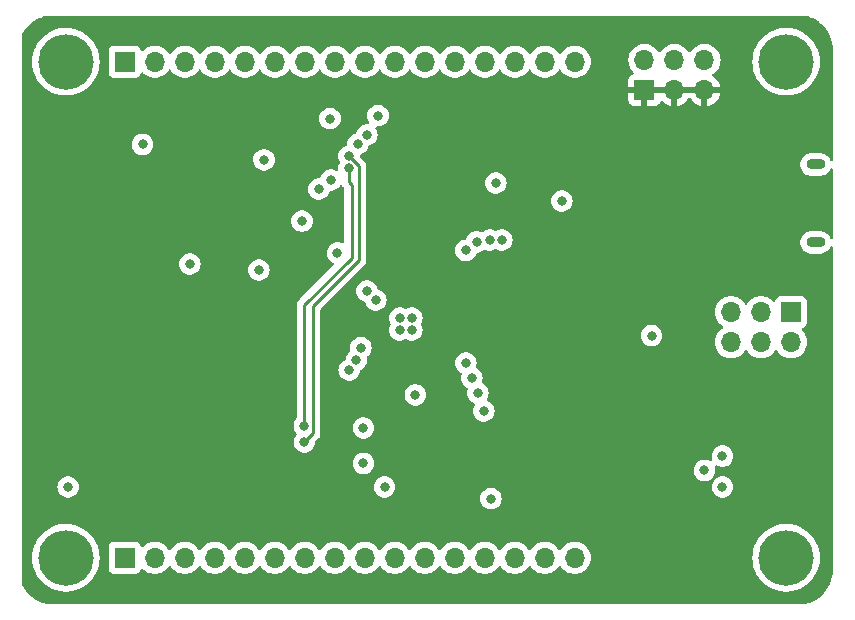
<source format=gbr>
G04 #@! TF.GenerationSoftware,KiCad,Pcbnew,8.0.3+1*
G04 #@! TF.CreationDate,2024-08-19T07:23:01+00:00*
G04 #@! TF.ProjectId,STM32103_Devel,53544d33-3231-4303-935f-446576656c2e,0.0.3*
G04 #@! TF.SameCoordinates,Original*
G04 #@! TF.FileFunction,Copper,L2,Inr*
G04 #@! TF.FilePolarity,Positive*
%FSLAX46Y46*%
G04 Gerber Fmt 4.6, Leading zero omitted, Abs format (unit mm)*
G04 Created by KiCad (PCBNEW 8.0.3+1) date 2024-08-19 07:23:01*
%MOMM*%
%LPD*%
G01*
G04 APERTURE LIST*
G04 #@! TA.AperFunction,ComponentPad*
%ADD10C,4.700000*%
G04 #@! TD*
G04 #@! TA.AperFunction,ComponentPad*
%ADD11O,1.600000X0.900000*%
G04 #@! TD*
G04 #@! TA.AperFunction,ComponentPad*
%ADD12R,1.700000X1.700000*%
G04 #@! TD*
G04 #@! TA.AperFunction,ComponentPad*
%ADD13O,1.700000X1.700000*%
G04 #@! TD*
G04 #@! TA.AperFunction,ViaPad*
%ADD14C,0.800000*%
G04 #@! TD*
G04 #@! TA.AperFunction,Conductor*
%ADD15C,0.250000*%
G04 #@! TD*
G04 APERTURE END LIST*
D10*
X165000000Y-116000000D03*
X165000000Y-74000000D03*
X104000000Y-74000000D03*
X104000000Y-116000000D03*
D11*
X167500000Y-89300000D03*
X167500000Y-82700000D03*
D12*
X109000000Y-74000000D03*
D13*
X111540000Y-74000000D03*
X114080000Y-74000000D03*
X116620000Y-74000000D03*
X119160000Y-74000000D03*
X121700000Y-74000000D03*
X124240000Y-74000000D03*
X126780000Y-74000000D03*
X129320000Y-74000000D03*
X131860000Y-74000000D03*
X134400000Y-74000000D03*
X136940000Y-74000000D03*
X139480000Y-74000000D03*
X142020000Y-74000000D03*
X144560000Y-74000000D03*
X147100000Y-74000000D03*
D12*
X109000000Y-116000000D03*
D13*
X111540000Y-116000000D03*
X114080000Y-116000000D03*
X116620000Y-116000000D03*
X119160000Y-116000000D03*
X121700000Y-116000000D03*
X124240000Y-116000000D03*
X126780000Y-116000000D03*
X129320000Y-116000000D03*
X131860000Y-116000000D03*
X134400000Y-116000000D03*
X136940000Y-116000000D03*
X139480000Y-116000000D03*
X142020000Y-116000000D03*
X144560000Y-116000000D03*
X147100000Y-116000000D03*
D12*
X153000000Y-76400000D03*
D13*
X153000000Y-73860000D03*
X155540000Y-76400000D03*
X155540000Y-73860000D03*
X158080000Y-76400000D03*
X158080000Y-73860000D03*
D12*
X165400000Y-95200000D03*
D13*
X165400000Y-97740000D03*
X162860000Y-95200000D03*
X162860000Y-97740000D03*
X160320000Y-95200000D03*
X160320000Y-97740000D03*
D14*
X133046000Y-86812000D03*
X123140000Y-81224000D03*
X122378000Y-85034000D03*
X130760000Y-101036000D03*
X116944443Y-88181557D03*
X104344000Y-103322000D03*
X142284000Y-78890000D03*
X145084000Y-105000000D03*
X146100000Y-105000000D03*
X114846300Y-83906600D03*
X148000000Y-97956000D03*
X114820900Y-77912200D03*
X133800000Y-106600000D03*
X165800000Y-111600000D03*
X114504000Y-91130000D03*
X153600000Y-97200000D03*
X146000000Y-85800000D03*
X104200000Y-110000000D03*
X124000000Y-87500000D03*
X126378000Y-78811000D03*
X127000000Y-90200000D03*
X133600000Y-102200000D03*
X131000000Y-110000000D03*
X110500000Y-81000000D03*
X128728000Y-80970000D03*
X140000000Y-111000000D03*
X120350661Y-91633341D03*
X137872000Y-89969009D03*
X137872000Y-99512000D03*
X125426000Y-84782301D03*
X126442000Y-84018000D03*
X127975000Y-83002000D03*
X124200000Y-104800000D03*
X127975000Y-81986000D03*
X124200000Y-106200000D03*
X129490000Y-80208000D03*
X140412000Y-84272000D03*
X130435840Y-78571897D03*
X159600000Y-107400000D03*
X140920000Y-89098000D03*
X139396000Y-103576000D03*
X139904000Y-89098000D03*
X138888000Y-102052000D03*
X158075000Y-108600000D03*
X138779999Y-89243999D03*
X138380000Y-100782000D03*
X159600000Y-110000000D03*
X132284000Y-96718000D03*
X133300000Y-96718000D03*
X133300000Y-95702000D03*
X132284000Y-95702000D03*
X130252000Y-94178000D03*
X129490000Y-93416000D03*
X128601000Y-99258008D03*
X127999990Y-100093718D03*
X128994924Y-98211844D03*
X120790499Y-82303501D03*
X129200000Y-105000000D03*
X129200000Y-108000000D03*
D15*
X124200000Y-94600000D02*
X124200000Y-104800000D01*
X127975000Y-83002000D02*
X127975000Y-84175000D01*
X127975000Y-84175000D02*
X128200000Y-84400000D01*
X128200000Y-84400000D02*
X128200000Y-90600000D01*
X128200000Y-90600000D02*
X124200000Y-94600000D01*
X124200000Y-106200000D02*
X124925000Y-105475000D01*
X124925000Y-105475000D02*
X124925000Y-94675000D01*
X124925000Y-94675000D02*
X128800000Y-90800000D01*
X127984305Y-81986000D02*
X127975000Y-81986000D01*
X128800000Y-82801695D02*
X127984305Y-81986000D01*
X128800000Y-90800000D02*
X128800000Y-82801695D01*
G04 #@! TA.AperFunction,Conductor*
G36*
X155074075Y-76207007D02*
G01*
X155040000Y-76334174D01*
X155040000Y-76465826D01*
X155074075Y-76592993D01*
X155109297Y-76654000D01*
X153430703Y-76654000D01*
X153465925Y-76592993D01*
X153500000Y-76465826D01*
X153500000Y-76334174D01*
X153465925Y-76207007D01*
X153430703Y-76146000D01*
X155109297Y-76146000D01*
X155074075Y-76207007D01*
G37*
G04 #@! TD.AperFunction*
G04 #@! TA.AperFunction,Conductor*
G36*
X157614075Y-76207007D02*
G01*
X157580000Y-76334174D01*
X157580000Y-76465826D01*
X157614075Y-76592993D01*
X157649297Y-76654000D01*
X155970703Y-76654000D01*
X156005925Y-76592993D01*
X156040000Y-76465826D01*
X156040000Y-76334174D01*
X156005925Y-76207007D01*
X155970703Y-76146000D01*
X157649297Y-76146000D01*
X157614075Y-76207007D01*
G37*
G04 #@! TD.AperFunction*
G04 #@! TA.AperFunction,Conductor*
G36*
X166671776Y-70104793D02*
G01*
X166912793Y-70169373D01*
X166925336Y-70173449D01*
X167203671Y-70280292D01*
X167215719Y-70285656D01*
X167481368Y-70421010D01*
X167492785Y-70427601D01*
X167742838Y-70589988D01*
X167753495Y-70597732D01*
X167985197Y-70785360D01*
X167994998Y-70794185D01*
X168205814Y-71005001D01*
X168214639Y-71014802D01*
X168402263Y-71246498D01*
X168410015Y-71257167D01*
X168572394Y-71507208D01*
X168578989Y-71518631D01*
X168714343Y-71784280D01*
X168719707Y-71796327D01*
X168826550Y-72074661D01*
X168830626Y-72087205D01*
X168907790Y-72375188D01*
X168910532Y-72388088D01*
X168957172Y-72682563D01*
X168958550Y-72695679D01*
X168974327Y-72996698D01*
X168974500Y-73003293D01*
X168974500Y-82276655D01*
X168954498Y-82344776D01*
X168900842Y-82391269D01*
X168830568Y-82401373D01*
X168765988Y-82371879D01*
X168732091Y-82324874D01*
X168723238Y-82303501D01*
X168699412Y-82245980D01*
X168594516Y-82088992D01*
X168461008Y-81955484D01*
X168304020Y-81850588D01*
X168129584Y-81778334D01*
X167944407Y-81741500D01*
X167944404Y-81741500D01*
X167055596Y-81741500D01*
X167055592Y-81741500D01*
X166870415Y-81778334D01*
X166870410Y-81778336D01*
X166695980Y-81850588D01*
X166538996Y-81955481D01*
X166538989Y-81955486D01*
X166405486Y-82088989D01*
X166405481Y-82088996D01*
X166300588Y-82245980D01*
X166228336Y-82420410D01*
X166228334Y-82420415D01*
X166191500Y-82605592D01*
X166191500Y-82794407D01*
X166195014Y-82812072D01*
X166228334Y-82979584D01*
X166300588Y-83154020D01*
X166405484Y-83311008D01*
X166538992Y-83444516D01*
X166695980Y-83549412D01*
X166870416Y-83621666D01*
X167055596Y-83658500D01*
X167055597Y-83658500D01*
X167944403Y-83658500D01*
X167944404Y-83658500D01*
X168129584Y-83621666D01*
X168304020Y-83549412D01*
X168461008Y-83444516D01*
X168594516Y-83311008D01*
X168699412Y-83154020D01*
X168732091Y-83075125D01*
X168776640Y-83019845D01*
X168844003Y-82997424D01*
X168912794Y-83014982D01*
X168961172Y-83066944D01*
X168974500Y-83123344D01*
X168974500Y-88876655D01*
X168954498Y-88944776D01*
X168900842Y-88991269D01*
X168830568Y-89001373D01*
X168765988Y-88971879D01*
X168732091Y-88924874D01*
X168725131Y-88908072D01*
X168699412Y-88845980D01*
X168594516Y-88688992D01*
X168461008Y-88555484D01*
X168304020Y-88450588D01*
X168129584Y-88378334D01*
X168113853Y-88375205D01*
X167944407Y-88341500D01*
X167944404Y-88341500D01*
X167055596Y-88341500D01*
X167055592Y-88341500D01*
X166870415Y-88378334D01*
X166870410Y-88378336D01*
X166695980Y-88450588D01*
X166538996Y-88555481D01*
X166538989Y-88555486D01*
X166405486Y-88688989D01*
X166405481Y-88688996D01*
X166300588Y-88845980D01*
X166228336Y-89020410D01*
X166228334Y-89020415D01*
X166191500Y-89205592D01*
X166191500Y-89394407D01*
X166206448Y-89469554D01*
X166228334Y-89579584D01*
X166300588Y-89754020D01*
X166405484Y-89911008D01*
X166538992Y-90044516D01*
X166695980Y-90149412D01*
X166870416Y-90221666D01*
X167055596Y-90258500D01*
X167055597Y-90258500D01*
X167944403Y-90258500D01*
X167944404Y-90258500D01*
X168129584Y-90221666D01*
X168304020Y-90149412D01*
X168461008Y-90044516D01*
X168594516Y-89911008D01*
X168699412Y-89754020D01*
X168732091Y-89675125D01*
X168776640Y-89619845D01*
X168844003Y-89597424D01*
X168912794Y-89614982D01*
X168961172Y-89666944D01*
X168974500Y-89723344D01*
X168974500Y-116996706D01*
X168974327Y-117003301D01*
X168958550Y-117304320D01*
X168957172Y-117317436D01*
X168910532Y-117611911D01*
X168907790Y-117624811D01*
X168830626Y-117912794D01*
X168826550Y-117925338D01*
X168719707Y-118203672D01*
X168714343Y-118215719D01*
X168578989Y-118481368D01*
X168572394Y-118492791D01*
X168410015Y-118742832D01*
X168402263Y-118753501D01*
X168214639Y-118985197D01*
X168205814Y-118994998D01*
X167994998Y-119205814D01*
X167985197Y-119214639D01*
X167753501Y-119402263D01*
X167742832Y-119410015D01*
X167492791Y-119572394D01*
X167481368Y-119578989D01*
X167215719Y-119714343D01*
X167203671Y-119719707D01*
X166925336Y-119826550D01*
X166912794Y-119830626D01*
X166783623Y-119865237D01*
X166707228Y-119885707D01*
X166674620Y-119890000D01*
X102325380Y-119890000D01*
X102292771Y-119885707D01*
X102192316Y-119858790D01*
X102087205Y-119830626D01*
X102074663Y-119826550D01*
X101796328Y-119719707D01*
X101784280Y-119714343D01*
X101518631Y-119578989D01*
X101507208Y-119572394D01*
X101257167Y-119410015D01*
X101246498Y-119402263D01*
X101187493Y-119354482D01*
X101014802Y-119214639D01*
X101005001Y-119205814D01*
X100794185Y-118994998D01*
X100785360Y-118985197D01*
X100651459Y-118819843D01*
X100597732Y-118753495D01*
X100589988Y-118742838D01*
X100427601Y-118492785D01*
X100421010Y-118481368D01*
X100297733Y-118239420D01*
X100284000Y-118182218D01*
X100284000Y-116000000D01*
X101136656Y-116000000D01*
X101156016Y-116332403D01*
X101156016Y-116332409D01*
X101156017Y-116332414D01*
X101213838Y-116660333D01*
X101309337Y-116979321D01*
X101309339Y-116979327D01*
X101309340Y-116979328D01*
X101441220Y-117285063D01*
X101441223Y-117285068D01*
X101483619Y-117358500D01*
X101607711Y-117573433D01*
X101607714Y-117573437D01*
X101806552Y-117840523D01*
X102035057Y-118082724D01*
X102290134Y-118296758D01*
X102568320Y-118479724D01*
X102568328Y-118479729D01*
X102865887Y-118629169D01*
X102923304Y-118650067D01*
X103178775Y-118743051D01*
X103178776Y-118743051D01*
X103178784Y-118743054D01*
X103502786Y-118819843D01*
X103691771Y-118841932D01*
X103833508Y-118858500D01*
X103833511Y-118858500D01*
X104166492Y-118858500D01*
X104290510Y-118844003D01*
X104497214Y-118819843D01*
X104821216Y-118743054D01*
X105134113Y-118629169D01*
X105431672Y-118479729D01*
X105709870Y-118296755D01*
X105964946Y-118082721D01*
X106193449Y-117840522D01*
X106392289Y-117573433D01*
X106558778Y-117285066D01*
X106690663Y-116979321D01*
X106786162Y-116660333D01*
X106843983Y-116332414D01*
X106863344Y-116000000D01*
X106843983Y-115667586D01*
X106786162Y-115339667D01*
X106714814Y-115101350D01*
X107641500Y-115101350D01*
X107641500Y-116898649D01*
X107648009Y-116959196D01*
X107648011Y-116959204D01*
X107699110Y-117096202D01*
X107699112Y-117096207D01*
X107786738Y-117213261D01*
X107903792Y-117300887D01*
X107903794Y-117300888D01*
X107903796Y-117300889D01*
X107930690Y-117310920D01*
X108040795Y-117351988D01*
X108040803Y-117351990D01*
X108101350Y-117358499D01*
X108101355Y-117358499D01*
X108101362Y-117358500D01*
X108101368Y-117358500D01*
X109898632Y-117358500D01*
X109898638Y-117358500D01*
X109898645Y-117358499D01*
X109898649Y-117358499D01*
X109959196Y-117351990D01*
X109959199Y-117351989D01*
X109959201Y-117351989D01*
X110096204Y-117300889D01*
X110117339Y-117285068D01*
X110213261Y-117213261D01*
X110300886Y-117096208D01*
X110300885Y-117096208D01*
X110300889Y-117096204D01*
X110344999Y-116977939D01*
X110387545Y-116921107D01*
X110454066Y-116896296D01*
X110523440Y-116911388D01*
X110555753Y-116936635D01*
X110614085Y-117000000D01*
X110616762Y-117002908D01*
X110617267Y-117003301D01*
X110794424Y-117141189D01*
X110992426Y-117248342D01*
X110992427Y-117248342D01*
X110992428Y-117248343D01*
X111099391Y-117285063D01*
X111205365Y-117321444D01*
X111427431Y-117358500D01*
X111427435Y-117358500D01*
X111652565Y-117358500D01*
X111652569Y-117358500D01*
X111874635Y-117321444D01*
X112087574Y-117248342D01*
X112285576Y-117141189D01*
X112463240Y-117002906D01*
X112615722Y-116837268D01*
X112704518Y-116701354D01*
X112758520Y-116655268D01*
X112828868Y-116645692D01*
X112893225Y-116675669D01*
X112915480Y-116701353D01*
X112948607Y-116752058D01*
X113004275Y-116837265D01*
X113004279Y-116837270D01*
X113072511Y-116911388D01*
X113151052Y-116996706D01*
X113156762Y-117002908D01*
X113157267Y-117003301D01*
X113334424Y-117141189D01*
X113532426Y-117248342D01*
X113532427Y-117248342D01*
X113532428Y-117248343D01*
X113639391Y-117285063D01*
X113745365Y-117321444D01*
X113967431Y-117358500D01*
X113967435Y-117358500D01*
X114192565Y-117358500D01*
X114192569Y-117358500D01*
X114414635Y-117321444D01*
X114627574Y-117248342D01*
X114825576Y-117141189D01*
X115003240Y-117002906D01*
X115155722Y-116837268D01*
X115244518Y-116701354D01*
X115298520Y-116655268D01*
X115368868Y-116645692D01*
X115433225Y-116675669D01*
X115455480Y-116701353D01*
X115488607Y-116752058D01*
X115544275Y-116837265D01*
X115544279Y-116837270D01*
X115612511Y-116911388D01*
X115691052Y-116996706D01*
X115696762Y-117002908D01*
X115697267Y-117003301D01*
X115874424Y-117141189D01*
X116072426Y-117248342D01*
X116072427Y-117248342D01*
X116072428Y-117248343D01*
X116179391Y-117285063D01*
X116285365Y-117321444D01*
X116507431Y-117358500D01*
X116507435Y-117358500D01*
X116732565Y-117358500D01*
X116732569Y-117358500D01*
X116954635Y-117321444D01*
X117167574Y-117248342D01*
X117365576Y-117141189D01*
X117543240Y-117002906D01*
X117695722Y-116837268D01*
X117784518Y-116701354D01*
X117838520Y-116655268D01*
X117908868Y-116645692D01*
X117973225Y-116675669D01*
X117995480Y-116701353D01*
X118028607Y-116752058D01*
X118084275Y-116837265D01*
X118084279Y-116837270D01*
X118152511Y-116911388D01*
X118231052Y-116996706D01*
X118236762Y-117002908D01*
X118237267Y-117003301D01*
X118414424Y-117141189D01*
X118612426Y-117248342D01*
X118612427Y-117248342D01*
X118612428Y-117248343D01*
X118719391Y-117285063D01*
X118825365Y-117321444D01*
X119047431Y-117358500D01*
X119047435Y-117358500D01*
X119272565Y-117358500D01*
X119272569Y-117358500D01*
X119494635Y-117321444D01*
X119707574Y-117248342D01*
X119905576Y-117141189D01*
X120083240Y-117002906D01*
X120235722Y-116837268D01*
X120324518Y-116701354D01*
X120378520Y-116655268D01*
X120448868Y-116645692D01*
X120513225Y-116675669D01*
X120535480Y-116701353D01*
X120568607Y-116752058D01*
X120624275Y-116837265D01*
X120624279Y-116837270D01*
X120692511Y-116911388D01*
X120771052Y-116996706D01*
X120776762Y-117002908D01*
X120777267Y-117003301D01*
X120954424Y-117141189D01*
X121152426Y-117248342D01*
X121152427Y-117248342D01*
X121152428Y-117248343D01*
X121259391Y-117285063D01*
X121365365Y-117321444D01*
X121587431Y-117358500D01*
X121587435Y-117358500D01*
X121812565Y-117358500D01*
X121812569Y-117358500D01*
X122034635Y-117321444D01*
X122247574Y-117248342D01*
X122445576Y-117141189D01*
X122623240Y-117002906D01*
X122775722Y-116837268D01*
X122864518Y-116701354D01*
X122918520Y-116655268D01*
X122988868Y-116645692D01*
X123053225Y-116675669D01*
X123075480Y-116701353D01*
X123108607Y-116752058D01*
X123164275Y-116837265D01*
X123164279Y-116837270D01*
X123232511Y-116911388D01*
X123311052Y-116996706D01*
X123316762Y-117002908D01*
X123317267Y-117003301D01*
X123494424Y-117141189D01*
X123692426Y-117248342D01*
X123692427Y-117248342D01*
X123692428Y-117248343D01*
X123799391Y-117285063D01*
X123905365Y-117321444D01*
X124127431Y-117358500D01*
X124127435Y-117358500D01*
X124352565Y-117358500D01*
X124352569Y-117358500D01*
X124574635Y-117321444D01*
X124787574Y-117248342D01*
X124985576Y-117141189D01*
X125163240Y-117002906D01*
X125315722Y-116837268D01*
X125404518Y-116701354D01*
X125458520Y-116655268D01*
X125528868Y-116645692D01*
X125593225Y-116675669D01*
X125615480Y-116701353D01*
X125648607Y-116752058D01*
X125704275Y-116837265D01*
X125704279Y-116837270D01*
X125772511Y-116911388D01*
X125851052Y-116996706D01*
X125856762Y-117002908D01*
X125857267Y-117003301D01*
X126034424Y-117141189D01*
X126232426Y-117248342D01*
X126232427Y-117248342D01*
X126232428Y-117248343D01*
X126339391Y-117285063D01*
X126445365Y-117321444D01*
X126667431Y-117358500D01*
X126667435Y-117358500D01*
X126892565Y-117358500D01*
X126892569Y-117358500D01*
X127114635Y-117321444D01*
X127327574Y-117248342D01*
X127525576Y-117141189D01*
X127703240Y-117002906D01*
X127855722Y-116837268D01*
X127944518Y-116701354D01*
X127998520Y-116655268D01*
X128068868Y-116645692D01*
X128133225Y-116675669D01*
X128155480Y-116701353D01*
X128188607Y-116752058D01*
X128244275Y-116837265D01*
X128244279Y-116837270D01*
X128312511Y-116911388D01*
X128391052Y-116996706D01*
X128396762Y-117002908D01*
X128397267Y-117003301D01*
X128574424Y-117141189D01*
X128772426Y-117248342D01*
X128772427Y-117248342D01*
X128772428Y-117248343D01*
X128879391Y-117285063D01*
X128985365Y-117321444D01*
X129207431Y-117358500D01*
X129207435Y-117358500D01*
X129432565Y-117358500D01*
X129432569Y-117358500D01*
X129654635Y-117321444D01*
X129867574Y-117248342D01*
X130065576Y-117141189D01*
X130243240Y-117002906D01*
X130395722Y-116837268D01*
X130484518Y-116701354D01*
X130538520Y-116655268D01*
X130608868Y-116645692D01*
X130673225Y-116675669D01*
X130695480Y-116701353D01*
X130728607Y-116752058D01*
X130784275Y-116837265D01*
X130784279Y-116837270D01*
X130852511Y-116911388D01*
X130931052Y-116996706D01*
X130936762Y-117002908D01*
X130937267Y-117003301D01*
X131114424Y-117141189D01*
X131312426Y-117248342D01*
X131312427Y-117248342D01*
X131312428Y-117248343D01*
X131419391Y-117285063D01*
X131525365Y-117321444D01*
X131747431Y-117358500D01*
X131747435Y-117358500D01*
X131972565Y-117358500D01*
X131972569Y-117358500D01*
X132194635Y-117321444D01*
X132407574Y-117248342D01*
X132605576Y-117141189D01*
X132783240Y-117002906D01*
X132935722Y-116837268D01*
X133024518Y-116701354D01*
X133078520Y-116655268D01*
X133148868Y-116645692D01*
X133213225Y-116675669D01*
X133235480Y-116701353D01*
X133268607Y-116752058D01*
X133324275Y-116837265D01*
X133324279Y-116837270D01*
X133392511Y-116911388D01*
X133471052Y-116996706D01*
X133476762Y-117002908D01*
X133477267Y-117003301D01*
X133654424Y-117141189D01*
X133852426Y-117248342D01*
X133852427Y-117248342D01*
X133852428Y-117248343D01*
X133959391Y-117285063D01*
X134065365Y-117321444D01*
X134287431Y-117358500D01*
X134287435Y-117358500D01*
X134512565Y-117358500D01*
X134512569Y-117358500D01*
X134734635Y-117321444D01*
X134947574Y-117248342D01*
X135145576Y-117141189D01*
X135323240Y-117002906D01*
X135475722Y-116837268D01*
X135564518Y-116701354D01*
X135618520Y-116655268D01*
X135688868Y-116645692D01*
X135753225Y-116675669D01*
X135775480Y-116701353D01*
X135808607Y-116752058D01*
X135864275Y-116837265D01*
X135864279Y-116837270D01*
X135932511Y-116911388D01*
X136011052Y-116996706D01*
X136016762Y-117002908D01*
X136017267Y-117003301D01*
X136194424Y-117141189D01*
X136392426Y-117248342D01*
X136392427Y-117248342D01*
X136392428Y-117248343D01*
X136499391Y-117285063D01*
X136605365Y-117321444D01*
X136827431Y-117358500D01*
X136827435Y-117358500D01*
X137052565Y-117358500D01*
X137052569Y-117358500D01*
X137274635Y-117321444D01*
X137487574Y-117248342D01*
X137685576Y-117141189D01*
X137863240Y-117002906D01*
X138015722Y-116837268D01*
X138104518Y-116701354D01*
X138158520Y-116655268D01*
X138228868Y-116645692D01*
X138293225Y-116675669D01*
X138315480Y-116701353D01*
X138348607Y-116752058D01*
X138404275Y-116837265D01*
X138404279Y-116837270D01*
X138472511Y-116911388D01*
X138551052Y-116996706D01*
X138556762Y-117002908D01*
X138557267Y-117003301D01*
X138734424Y-117141189D01*
X138932426Y-117248342D01*
X138932427Y-117248342D01*
X138932428Y-117248343D01*
X139039391Y-117285063D01*
X139145365Y-117321444D01*
X139367431Y-117358500D01*
X139367435Y-117358500D01*
X139592565Y-117358500D01*
X139592569Y-117358500D01*
X139814635Y-117321444D01*
X140027574Y-117248342D01*
X140225576Y-117141189D01*
X140403240Y-117002906D01*
X140555722Y-116837268D01*
X140644518Y-116701354D01*
X140698520Y-116655268D01*
X140768868Y-116645692D01*
X140833225Y-116675669D01*
X140855480Y-116701353D01*
X140888607Y-116752058D01*
X140944275Y-116837265D01*
X140944279Y-116837270D01*
X141012511Y-116911388D01*
X141091052Y-116996706D01*
X141096762Y-117002908D01*
X141097267Y-117003301D01*
X141274424Y-117141189D01*
X141472426Y-117248342D01*
X141472427Y-117248342D01*
X141472428Y-117248343D01*
X141579391Y-117285063D01*
X141685365Y-117321444D01*
X141907431Y-117358500D01*
X141907435Y-117358500D01*
X142132565Y-117358500D01*
X142132569Y-117358500D01*
X142354635Y-117321444D01*
X142567574Y-117248342D01*
X142765576Y-117141189D01*
X142943240Y-117002906D01*
X143095722Y-116837268D01*
X143184518Y-116701354D01*
X143238520Y-116655268D01*
X143308868Y-116645692D01*
X143373225Y-116675669D01*
X143395480Y-116701353D01*
X143428607Y-116752058D01*
X143484275Y-116837265D01*
X143484279Y-116837270D01*
X143552511Y-116911388D01*
X143631052Y-116996706D01*
X143636762Y-117002908D01*
X143637267Y-117003301D01*
X143814424Y-117141189D01*
X144012426Y-117248342D01*
X144012427Y-117248342D01*
X144012428Y-117248343D01*
X144119391Y-117285063D01*
X144225365Y-117321444D01*
X144447431Y-117358500D01*
X144447435Y-117358500D01*
X144672565Y-117358500D01*
X144672569Y-117358500D01*
X144894635Y-117321444D01*
X145107574Y-117248342D01*
X145305576Y-117141189D01*
X145483240Y-117002906D01*
X145635722Y-116837268D01*
X145724518Y-116701354D01*
X145778520Y-116655268D01*
X145848868Y-116645692D01*
X145913225Y-116675669D01*
X145935480Y-116701353D01*
X145968607Y-116752058D01*
X146024275Y-116837265D01*
X146024279Y-116837270D01*
X146092511Y-116911388D01*
X146171052Y-116996706D01*
X146176762Y-117002908D01*
X146177267Y-117003301D01*
X146354424Y-117141189D01*
X146552426Y-117248342D01*
X146552427Y-117248342D01*
X146552428Y-117248343D01*
X146659391Y-117285063D01*
X146765365Y-117321444D01*
X146987431Y-117358500D01*
X146987435Y-117358500D01*
X147212565Y-117358500D01*
X147212569Y-117358500D01*
X147434635Y-117321444D01*
X147647574Y-117248342D01*
X147845576Y-117141189D01*
X148023240Y-117002906D01*
X148175722Y-116837268D01*
X148298860Y-116648791D01*
X148389296Y-116442616D01*
X148444564Y-116224368D01*
X148463156Y-116000000D01*
X162136656Y-116000000D01*
X162156016Y-116332403D01*
X162156016Y-116332409D01*
X162156017Y-116332414D01*
X162213838Y-116660333D01*
X162309337Y-116979321D01*
X162309339Y-116979327D01*
X162309340Y-116979328D01*
X162441220Y-117285063D01*
X162441223Y-117285068D01*
X162483619Y-117358500D01*
X162607711Y-117573433D01*
X162607714Y-117573437D01*
X162806552Y-117840523D01*
X163035057Y-118082724D01*
X163290134Y-118296758D01*
X163568320Y-118479724D01*
X163568328Y-118479729D01*
X163865887Y-118629169D01*
X163923304Y-118650067D01*
X164178775Y-118743051D01*
X164178776Y-118743051D01*
X164178784Y-118743054D01*
X164502786Y-118819843D01*
X164691771Y-118841932D01*
X164833508Y-118858500D01*
X164833511Y-118858500D01*
X165166492Y-118858500D01*
X165290510Y-118844003D01*
X165497214Y-118819843D01*
X165821216Y-118743054D01*
X166134113Y-118629169D01*
X166431672Y-118479729D01*
X166709870Y-118296755D01*
X166964946Y-118082721D01*
X167193449Y-117840522D01*
X167392289Y-117573433D01*
X167558778Y-117285066D01*
X167690663Y-116979321D01*
X167786162Y-116660333D01*
X167843983Y-116332414D01*
X167863344Y-116000000D01*
X167843983Y-115667586D01*
X167786162Y-115339667D01*
X167690663Y-115020679D01*
X167558778Y-114714934D01*
X167392289Y-114426567D01*
X167193449Y-114159478D01*
X166964946Y-113917279D01*
X166964944Y-113917278D01*
X166964942Y-113917275D01*
X166709865Y-113703241D01*
X166431679Y-113520275D01*
X166431675Y-113520273D01*
X166431672Y-113520271D01*
X166134113Y-113370831D01*
X166134108Y-113370829D01*
X166134103Y-113370827D01*
X165821224Y-113256948D01*
X165821217Y-113256946D01*
X165821216Y-113256946D01*
X165639258Y-113213821D01*
X165497219Y-113180158D01*
X165497209Y-113180156D01*
X165166492Y-113141500D01*
X165166489Y-113141500D01*
X164833511Y-113141500D01*
X164833508Y-113141500D01*
X164502790Y-113180156D01*
X164502780Y-113180158D01*
X164178784Y-113256946D01*
X164178775Y-113256948D01*
X163865896Y-113370827D01*
X163865891Y-113370829D01*
X163568320Y-113520275D01*
X163290134Y-113703241D01*
X163035057Y-113917275D01*
X162806552Y-114159476D01*
X162607714Y-114426562D01*
X162607704Y-114426578D01*
X162441223Y-114714931D01*
X162441220Y-114714936D01*
X162309340Y-115020671D01*
X162309337Y-115020679D01*
X162286249Y-115097798D01*
X162213838Y-115339666D01*
X162156016Y-115667590D01*
X162156016Y-115667596D01*
X162136656Y-116000000D01*
X148463156Y-116000000D01*
X148444564Y-115775632D01*
X148389296Y-115557384D01*
X148298860Y-115351209D01*
X148281500Y-115324637D01*
X148175724Y-115162734D01*
X148175720Y-115162729D01*
X148023237Y-114997091D01*
X147903367Y-114903792D01*
X147845576Y-114858811D01*
X147647574Y-114751658D01*
X147647572Y-114751657D01*
X147647571Y-114751656D01*
X147434639Y-114678557D01*
X147434630Y-114678555D01*
X147390476Y-114671187D01*
X147212569Y-114641500D01*
X146987431Y-114641500D01*
X146839211Y-114666233D01*
X146765369Y-114678555D01*
X146765360Y-114678557D01*
X146552428Y-114751656D01*
X146552426Y-114751658D01*
X146354426Y-114858810D01*
X146354424Y-114858811D01*
X146176762Y-114997091D01*
X146024279Y-115162729D01*
X145935483Y-115298643D01*
X145881479Y-115344731D01*
X145811131Y-115354306D01*
X145746774Y-115324329D01*
X145724517Y-115298643D01*
X145635720Y-115162729D01*
X145483237Y-114997091D01*
X145363367Y-114903792D01*
X145305576Y-114858811D01*
X145107574Y-114751658D01*
X145107572Y-114751657D01*
X145107571Y-114751656D01*
X144894639Y-114678557D01*
X144894630Y-114678555D01*
X144850476Y-114671187D01*
X144672569Y-114641500D01*
X144447431Y-114641500D01*
X144299211Y-114666233D01*
X144225369Y-114678555D01*
X144225360Y-114678557D01*
X144012428Y-114751656D01*
X144012426Y-114751658D01*
X143814426Y-114858810D01*
X143814424Y-114858811D01*
X143636762Y-114997091D01*
X143484279Y-115162729D01*
X143395483Y-115298643D01*
X143341479Y-115344731D01*
X143271131Y-115354306D01*
X143206774Y-115324329D01*
X143184517Y-115298643D01*
X143095720Y-115162729D01*
X142943237Y-114997091D01*
X142823367Y-114903792D01*
X142765576Y-114858811D01*
X142567574Y-114751658D01*
X142567572Y-114751657D01*
X142567571Y-114751656D01*
X142354639Y-114678557D01*
X142354630Y-114678555D01*
X142310476Y-114671187D01*
X142132569Y-114641500D01*
X141907431Y-114641500D01*
X141759211Y-114666233D01*
X141685369Y-114678555D01*
X141685360Y-114678557D01*
X141472428Y-114751656D01*
X141472426Y-114751658D01*
X141274426Y-114858810D01*
X141274424Y-114858811D01*
X141096762Y-114997091D01*
X140944279Y-115162729D01*
X140855483Y-115298643D01*
X140801479Y-115344731D01*
X140731131Y-115354306D01*
X140666774Y-115324329D01*
X140644517Y-115298643D01*
X140555720Y-115162729D01*
X140403237Y-114997091D01*
X140283367Y-114903792D01*
X140225576Y-114858811D01*
X140027574Y-114751658D01*
X140027572Y-114751657D01*
X140027571Y-114751656D01*
X139814639Y-114678557D01*
X139814630Y-114678555D01*
X139770476Y-114671187D01*
X139592569Y-114641500D01*
X139367431Y-114641500D01*
X139219211Y-114666233D01*
X139145369Y-114678555D01*
X139145360Y-114678557D01*
X138932428Y-114751656D01*
X138932426Y-114751658D01*
X138734426Y-114858810D01*
X138734424Y-114858811D01*
X138556762Y-114997091D01*
X138404279Y-115162729D01*
X138315483Y-115298643D01*
X138261479Y-115344731D01*
X138191131Y-115354306D01*
X138126774Y-115324329D01*
X138104517Y-115298643D01*
X138015720Y-115162729D01*
X137863237Y-114997091D01*
X137743367Y-114903792D01*
X137685576Y-114858811D01*
X137487574Y-114751658D01*
X137487572Y-114751657D01*
X137487571Y-114751656D01*
X137274639Y-114678557D01*
X137274630Y-114678555D01*
X137230476Y-114671187D01*
X137052569Y-114641500D01*
X136827431Y-114641500D01*
X136679211Y-114666233D01*
X136605369Y-114678555D01*
X136605360Y-114678557D01*
X136392428Y-114751656D01*
X136392426Y-114751658D01*
X136194426Y-114858810D01*
X136194424Y-114858811D01*
X136016762Y-114997091D01*
X135864279Y-115162729D01*
X135775483Y-115298643D01*
X135721479Y-115344731D01*
X135651131Y-115354306D01*
X135586774Y-115324329D01*
X135564517Y-115298643D01*
X135475720Y-115162729D01*
X135323237Y-114997091D01*
X135203367Y-114903792D01*
X135145576Y-114858811D01*
X134947574Y-114751658D01*
X134947572Y-114751657D01*
X134947571Y-114751656D01*
X134734639Y-114678557D01*
X134734630Y-114678555D01*
X134690476Y-114671187D01*
X134512569Y-114641500D01*
X134287431Y-114641500D01*
X134139211Y-114666233D01*
X134065369Y-114678555D01*
X134065360Y-114678557D01*
X133852428Y-114751656D01*
X133852426Y-114751658D01*
X133654426Y-114858810D01*
X133654424Y-114858811D01*
X133476762Y-114997091D01*
X133324279Y-115162729D01*
X133235483Y-115298643D01*
X133181479Y-115344731D01*
X133111131Y-115354306D01*
X133046774Y-115324329D01*
X133024517Y-115298643D01*
X132935720Y-115162729D01*
X132783237Y-114997091D01*
X132663367Y-114903792D01*
X132605576Y-114858811D01*
X132407574Y-114751658D01*
X132407572Y-114751657D01*
X132407571Y-114751656D01*
X132194639Y-114678557D01*
X132194630Y-114678555D01*
X132150476Y-114671187D01*
X131972569Y-114641500D01*
X131747431Y-114641500D01*
X131599211Y-114666233D01*
X131525369Y-114678555D01*
X131525360Y-114678557D01*
X131312428Y-114751656D01*
X131312426Y-114751658D01*
X131114426Y-114858810D01*
X131114424Y-114858811D01*
X130936762Y-114997091D01*
X130784279Y-115162729D01*
X130695483Y-115298643D01*
X130641479Y-115344731D01*
X130571131Y-115354306D01*
X130506774Y-115324329D01*
X130484517Y-115298643D01*
X130395720Y-115162729D01*
X130243237Y-114997091D01*
X130123367Y-114903792D01*
X130065576Y-114858811D01*
X129867574Y-114751658D01*
X129867572Y-114751657D01*
X129867571Y-114751656D01*
X129654639Y-114678557D01*
X129654630Y-114678555D01*
X129610476Y-114671187D01*
X129432569Y-114641500D01*
X129207431Y-114641500D01*
X129059211Y-114666233D01*
X128985369Y-114678555D01*
X128985360Y-114678557D01*
X128772428Y-114751656D01*
X128772426Y-114751658D01*
X128574426Y-114858810D01*
X128574424Y-114858811D01*
X128396762Y-114997091D01*
X128244279Y-115162729D01*
X128155483Y-115298643D01*
X128101479Y-115344731D01*
X128031131Y-115354306D01*
X127966774Y-115324329D01*
X127944517Y-115298643D01*
X127855720Y-115162729D01*
X127703237Y-114997091D01*
X127583367Y-114903792D01*
X127525576Y-114858811D01*
X127327574Y-114751658D01*
X127327572Y-114751657D01*
X127327571Y-114751656D01*
X127114639Y-114678557D01*
X127114630Y-114678555D01*
X127070476Y-114671187D01*
X126892569Y-114641500D01*
X126667431Y-114641500D01*
X126519211Y-114666233D01*
X126445369Y-114678555D01*
X126445360Y-114678557D01*
X126232428Y-114751656D01*
X126232426Y-114751658D01*
X126034426Y-114858810D01*
X126034424Y-114858811D01*
X125856762Y-114997091D01*
X125704279Y-115162729D01*
X125615483Y-115298643D01*
X125561479Y-115344731D01*
X125491131Y-115354306D01*
X125426774Y-115324329D01*
X125404517Y-115298643D01*
X125315720Y-115162729D01*
X125163237Y-114997091D01*
X125043367Y-114903792D01*
X124985576Y-114858811D01*
X124787574Y-114751658D01*
X124787572Y-114751657D01*
X124787571Y-114751656D01*
X124574639Y-114678557D01*
X124574630Y-114678555D01*
X124530476Y-114671187D01*
X124352569Y-114641500D01*
X124127431Y-114641500D01*
X123979211Y-114666233D01*
X123905369Y-114678555D01*
X123905360Y-114678557D01*
X123692428Y-114751656D01*
X123692426Y-114751658D01*
X123494426Y-114858810D01*
X123494424Y-114858811D01*
X123316762Y-114997091D01*
X123164279Y-115162729D01*
X123075483Y-115298643D01*
X123021479Y-115344731D01*
X122951131Y-115354306D01*
X122886774Y-115324329D01*
X122864517Y-115298643D01*
X122775720Y-115162729D01*
X122623237Y-114997091D01*
X122503367Y-114903792D01*
X122445576Y-114858811D01*
X122247574Y-114751658D01*
X122247572Y-114751657D01*
X122247571Y-114751656D01*
X122034639Y-114678557D01*
X122034630Y-114678555D01*
X121990476Y-114671187D01*
X121812569Y-114641500D01*
X121587431Y-114641500D01*
X121439211Y-114666233D01*
X121365369Y-114678555D01*
X121365360Y-114678557D01*
X121152428Y-114751656D01*
X121152426Y-114751658D01*
X120954426Y-114858810D01*
X120954424Y-114858811D01*
X120776762Y-114997091D01*
X120624279Y-115162729D01*
X120535483Y-115298643D01*
X120481479Y-115344731D01*
X120411131Y-115354306D01*
X120346774Y-115324329D01*
X120324517Y-115298643D01*
X120235720Y-115162729D01*
X120083237Y-114997091D01*
X119963367Y-114903792D01*
X119905576Y-114858811D01*
X119707574Y-114751658D01*
X119707572Y-114751657D01*
X119707571Y-114751656D01*
X119494639Y-114678557D01*
X119494630Y-114678555D01*
X119450476Y-114671187D01*
X119272569Y-114641500D01*
X119047431Y-114641500D01*
X118899211Y-114666233D01*
X118825369Y-114678555D01*
X118825360Y-114678557D01*
X118612428Y-114751656D01*
X118612426Y-114751658D01*
X118414426Y-114858810D01*
X118414424Y-114858811D01*
X118236762Y-114997091D01*
X118084279Y-115162729D01*
X117995483Y-115298643D01*
X117941479Y-115344731D01*
X117871131Y-115354306D01*
X117806774Y-115324329D01*
X117784517Y-115298643D01*
X117695720Y-115162729D01*
X117543237Y-114997091D01*
X117423367Y-114903792D01*
X117365576Y-114858811D01*
X117167574Y-114751658D01*
X117167572Y-114751657D01*
X117167571Y-114751656D01*
X116954639Y-114678557D01*
X116954630Y-114678555D01*
X116910476Y-114671187D01*
X116732569Y-114641500D01*
X116507431Y-114641500D01*
X116359211Y-114666233D01*
X116285369Y-114678555D01*
X116285360Y-114678557D01*
X116072428Y-114751656D01*
X116072426Y-114751658D01*
X115874426Y-114858810D01*
X115874424Y-114858811D01*
X115696762Y-114997091D01*
X115544279Y-115162729D01*
X115455483Y-115298643D01*
X115401479Y-115344731D01*
X115331131Y-115354306D01*
X115266774Y-115324329D01*
X115244517Y-115298643D01*
X115155720Y-115162729D01*
X115003237Y-114997091D01*
X114883367Y-114903792D01*
X114825576Y-114858811D01*
X114627574Y-114751658D01*
X114627572Y-114751657D01*
X114627571Y-114751656D01*
X114414639Y-114678557D01*
X114414630Y-114678555D01*
X114370476Y-114671187D01*
X114192569Y-114641500D01*
X113967431Y-114641500D01*
X113819211Y-114666233D01*
X113745369Y-114678555D01*
X113745360Y-114678557D01*
X113532428Y-114751656D01*
X113532426Y-114751658D01*
X113334426Y-114858810D01*
X113334424Y-114858811D01*
X113156762Y-114997091D01*
X113004279Y-115162729D01*
X112915483Y-115298643D01*
X112861479Y-115344731D01*
X112791131Y-115354306D01*
X112726774Y-115324329D01*
X112704517Y-115298643D01*
X112615720Y-115162729D01*
X112463237Y-114997091D01*
X112343367Y-114903792D01*
X112285576Y-114858811D01*
X112087574Y-114751658D01*
X112087572Y-114751657D01*
X112087571Y-114751656D01*
X111874639Y-114678557D01*
X111874630Y-114678555D01*
X111830476Y-114671187D01*
X111652569Y-114641500D01*
X111427431Y-114641500D01*
X111279211Y-114666233D01*
X111205369Y-114678555D01*
X111205360Y-114678557D01*
X110992428Y-114751656D01*
X110992426Y-114751658D01*
X110794426Y-114858810D01*
X110794424Y-114858811D01*
X110616762Y-114997091D01*
X110555754Y-115063363D01*
X110494901Y-115099933D01*
X110423936Y-115097798D01*
X110365391Y-115057636D01*
X110344999Y-115022057D01*
X110300889Y-114903797D01*
X110300887Y-114903792D01*
X110213261Y-114786738D01*
X110096207Y-114699112D01*
X110096202Y-114699110D01*
X109959204Y-114648011D01*
X109959196Y-114648009D01*
X109898649Y-114641500D01*
X109898638Y-114641500D01*
X108101362Y-114641500D01*
X108101350Y-114641500D01*
X108040803Y-114648009D01*
X108040795Y-114648011D01*
X107903797Y-114699110D01*
X107903792Y-114699112D01*
X107786738Y-114786738D01*
X107699112Y-114903792D01*
X107699110Y-114903797D01*
X107648011Y-115040795D01*
X107648009Y-115040803D01*
X107641500Y-115101350D01*
X106714814Y-115101350D01*
X106690663Y-115020679D01*
X106558778Y-114714934D01*
X106392289Y-114426567D01*
X106193449Y-114159478D01*
X105964946Y-113917279D01*
X105964944Y-113917278D01*
X105964942Y-113917275D01*
X105709865Y-113703241D01*
X105431679Y-113520275D01*
X105431675Y-113520273D01*
X105431672Y-113520271D01*
X105134113Y-113370831D01*
X105134108Y-113370829D01*
X105134103Y-113370827D01*
X104821224Y-113256948D01*
X104821217Y-113256946D01*
X104821216Y-113256946D01*
X104639258Y-113213821D01*
X104497219Y-113180158D01*
X104497209Y-113180156D01*
X104166492Y-113141500D01*
X104166489Y-113141500D01*
X103833511Y-113141500D01*
X103833508Y-113141500D01*
X103502790Y-113180156D01*
X103502780Y-113180158D01*
X103178784Y-113256946D01*
X103178775Y-113256948D01*
X102865896Y-113370827D01*
X102865891Y-113370829D01*
X102568320Y-113520275D01*
X102290134Y-113703241D01*
X102035057Y-113917275D01*
X101806552Y-114159476D01*
X101607714Y-114426562D01*
X101607704Y-114426578D01*
X101441223Y-114714931D01*
X101441220Y-114714936D01*
X101309340Y-115020671D01*
X101309337Y-115020679D01*
X101286249Y-115097798D01*
X101213838Y-115339666D01*
X101156016Y-115667590D01*
X101156016Y-115667596D01*
X101136656Y-116000000D01*
X100284000Y-116000000D01*
X100284000Y-111000000D01*
X139086496Y-111000000D01*
X139106457Y-111189927D01*
X139136526Y-111282470D01*
X139165473Y-111371556D01*
X139165476Y-111371561D01*
X139260958Y-111536941D01*
X139260965Y-111536951D01*
X139388744Y-111678864D01*
X139388747Y-111678866D01*
X139543248Y-111791118D01*
X139717712Y-111868794D01*
X139904513Y-111908500D01*
X140095487Y-111908500D01*
X140282288Y-111868794D01*
X140456752Y-111791118D01*
X140611253Y-111678866D01*
X140739040Y-111536944D01*
X140834527Y-111371556D01*
X140893542Y-111189928D01*
X140913504Y-111000000D01*
X140893542Y-110810072D01*
X140834527Y-110628444D01*
X140739040Y-110463056D01*
X140739038Y-110463054D01*
X140739034Y-110463048D01*
X140611255Y-110321135D01*
X140456752Y-110208882D01*
X140282288Y-110131206D01*
X140095487Y-110091500D01*
X139904513Y-110091500D01*
X139717711Y-110131206D01*
X139543247Y-110208882D01*
X139388744Y-110321135D01*
X139260965Y-110463048D01*
X139260958Y-110463058D01*
X139165476Y-110628438D01*
X139165473Y-110628445D01*
X139106457Y-110810072D01*
X139086496Y-111000000D01*
X100284000Y-111000000D01*
X100284000Y-110000000D01*
X103286496Y-110000000D01*
X103306457Y-110189927D01*
X103336526Y-110282470D01*
X103365473Y-110371556D01*
X103365476Y-110371561D01*
X103460958Y-110536941D01*
X103460965Y-110536951D01*
X103588744Y-110678864D01*
X103588747Y-110678866D01*
X103743248Y-110791118D01*
X103917712Y-110868794D01*
X104104513Y-110908500D01*
X104295487Y-110908500D01*
X104482288Y-110868794D01*
X104656752Y-110791118D01*
X104811253Y-110678866D01*
X104939040Y-110536944D01*
X105034527Y-110371556D01*
X105093542Y-110189928D01*
X105113504Y-110000000D01*
X130086496Y-110000000D01*
X130106457Y-110189927D01*
X130136526Y-110282470D01*
X130165473Y-110371556D01*
X130165476Y-110371561D01*
X130260958Y-110536941D01*
X130260965Y-110536951D01*
X130388744Y-110678864D01*
X130388747Y-110678866D01*
X130543248Y-110791118D01*
X130717712Y-110868794D01*
X130904513Y-110908500D01*
X131095487Y-110908500D01*
X131282288Y-110868794D01*
X131456752Y-110791118D01*
X131611253Y-110678866D01*
X131739040Y-110536944D01*
X131834527Y-110371556D01*
X131893542Y-110189928D01*
X131913504Y-110000000D01*
X158686496Y-110000000D01*
X158706457Y-110189927D01*
X158736526Y-110282470D01*
X158765473Y-110371556D01*
X158765476Y-110371561D01*
X158860958Y-110536941D01*
X158860965Y-110536951D01*
X158988744Y-110678864D01*
X158988747Y-110678866D01*
X159143248Y-110791118D01*
X159317712Y-110868794D01*
X159504513Y-110908500D01*
X159695487Y-110908500D01*
X159882288Y-110868794D01*
X160056752Y-110791118D01*
X160211253Y-110678866D01*
X160339040Y-110536944D01*
X160434527Y-110371556D01*
X160493542Y-110189928D01*
X160513504Y-110000000D01*
X160493542Y-109810072D01*
X160434527Y-109628444D01*
X160339040Y-109463056D01*
X160339038Y-109463054D01*
X160339034Y-109463048D01*
X160211255Y-109321135D01*
X160056752Y-109208882D01*
X159882288Y-109131206D01*
X159695487Y-109091500D01*
X159504513Y-109091500D01*
X159317711Y-109131206D01*
X159143247Y-109208882D01*
X158988744Y-109321135D01*
X158860965Y-109463048D01*
X158860958Y-109463058D01*
X158765476Y-109628438D01*
X158765473Y-109628445D01*
X158706457Y-109810072D01*
X158686496Y-110000000D01*
X131913504Y-110000000D01*
X131893542Y-109810072D01*
X131834527Y-109628444D01*
X131739040Y-109463056D01*
X131739038Y-109463054D01*
X131739034Y-109463048D01*
X131611255Y-109321135D01*
X131456752Y-109208882D01*
X131282288Y-109131206D01*
X131095487Y-109091500D01*
X130904513Y-109091500D01*
X130717711Y-109131206D01*
X130543247Y-109208882D01*
X130388744Y-109321135D01*
X130260965Y-109463048D01*
X130260958Y-109463058D01*
X130165476Y-109628438D01*
X130165473Y-109628445D01*
X130106457Y-109810072D01*
X130086496Y-110000000D01*
X105113504Y-110000000D01*
X105093542Y-109810072D01*
X105034527Y-109628444D01*
X104939040Y-109463056D01*
X104939038Y-109463054D01*
X104939034Y-109463048D01*
X104811255Y-109321135D01*
X104656752Y-109208882D01*
X104482288Y-109131206D01*
X104295487Y-109091500D01*
X104104513Y-109091500D01*
X103917711Y-109131206D01*
X103743247Y-109208882D01*
X103588744Y-109321135D01*
X103460965Y-109463048D01*
X103460958Y-109463058D01*
X103365476Y-109628438D01*
X103365473Y-109628445D01*
X103306457Y-109810072D01*
X103286496Y-110000000D01*
X100284000Y-110000000D01*
X100284000Y-108000000D01*
X128286496Y-108000000D01*
X128306457Y-108189927D01*
X128318973Y-108228445D01*
X128365473Y-108371556D01*
X128365476Y-108371561D01*
X128460958Y-108536941D01*
X128460965Y-108536951D01*
X128588744Y-108678864D01*
X128588747Y-108678866D01*
X128743248Y-108791118D01*
X128917712Y-108868794D01*
X129104513Y-108908500D01*
X129295487Y-108908500D01*
X129482288Y-108868794D01*
X129656752Y-108791118D01*
X129811253Y-108678866D01*
X129882264Y-108600000D01*
X157161496Y-108600000D01*
X157181457Y-108789927D01*
X157207083Y-108868793D01*
X157240473Y-108971556D01*
X157240476Y-108971561D01*
X157335958Y-109136941D01*
X157335965Y-109136951D01*
X157463744Y-109278864D01*
X157463747Y-109278866D01*
X157618248Y-109391118D01*
X157792712Y-109468794D01*
X157979513Y-109508500D01*
X158170487Y-109508500D01*
X158357288Y-109468794D01*
X158531752Y-109391118D01*
X158686253Y-109278866D01*
X158814040Y-109136944D01*
X158909527Y-108971556D01*
X158968542Y-108789928D01*
X158988504Y-108600000D01*
X158968542Y-108410072D01*
X158956029Y-108371561D01*
X158941261Y-108326109D01*
X158939233Y-108255142D01*
X158975896Y-108194344D01*
X159039608Y-108163018D01*
X159110142Y-108171111D01*
X159135152Y-108185236D01*
X159143248Y-108191118D01*
X159317712Y-108268794D01*
X159504513Y-108308500D01*
X159695487Y-108308500D01*
X159882288Y-108268794D01*
X160056752Y-108191118D01*
X160211253Y-108078866D01*
X160225487Y-108063058D01*
X160339034Y-107936951D01*
X160339035Y-107936949D01*
X160339040Y-107936944D01*
X160434527Y-107771556D01*
X160493542Y-107589928D01*
X160513504Y-107400000D01*
X160493542Y-107210072D01*
X160434527Y-107028444D01*
X160339040Y-106863056D01*
X160339038Y-106863054D01*
X160339034Y-106863048D01*
X160211255Y-106721135D01*
X160056752Y-106608882D01*
X159882288Y-106531206D01*
X159695487Y-106491500D01*
X159504513Y-106491500D01*
X159317711Y-106531206D01*
X159143247Y-106608882D01*
X158988744Y-106721135D01*
X158860965Y-106863048D01*
X158860958Y-106863058D01*
X158765476Y-107028438D01*
X158765473Y-107028445D01*
X158706457Y-107210072D01*
X158686496Y-107400000D01*
X158706457Y-107589929D01*
X158733738Y-107673890D01*
X158735765Y-107744858D01*
X158699103Y-107805656D01*
X158635390Y-107836981D01*
X158564856Y-107828887D01*
X158539847Y-107814763D01*
X158531752Y-107808882D01*
X158357288Y-107731206D01*
X158170487Y-107691500D01*
X157979513Y-107691500D01*
X157792711Y-107731206D01*
X157618247Y-107808882D01*
X157463744Y-107921135D01*
X157335965Y-108063048D01*
X157335958Y-108063058D01*
X157240476Y-108228438D01*
X157240473Y-108228445D01*
X157181457Y-108410072D01*
X157161496Y-108600000D01*
X129882264Y-108600000D01*
X129939040Y-108536944D01*
X130034527Y-108371556D01*
X130093542Y-108189928D01*
X130113504Y-108000000D01*
X130093542Y-107810072D01*
X130034527Y-107628444D01*
X129939040Y-107463056D01*
X129939038Y-107463054D01*
X129939034Y-107463048D01*
X129811255Y-107321135D01*
X129656752Y-107208882D01*
X129482288Y-107131206D01*
X129295487Y-107091500D01*
X129104513Y-107091500D01*
X128917711Y-107131206D01*
X128743247Y-107208882D01*
X128588744Y-107321135D01*
X128460965Y-107463048D01*
X128460958Y-107463058D01*
X128365476Y-107628438D01*
X128365473Y-107628445D01*
X128306457Y-107810072D01*
X128286496Y-108000000D01*
X100284000Y-108000000D01*
X100284000Y-104800000D01*
X123286496Y-104800000D01*
X123306457Y-104989927D01*
X123336526Y-105082470D01*
X123365473Y-105171556D01*
X123365476Y-105171561D01*
X123460958Y-105336941D01*
X123460961Y-105336945D01*
X123531863Y-105415690D01*
X123562580Y-105479698D01*
X123553815Y-105550151D01*
X123531863Y-105584310D01*
X123460961Y-105663054D01*
X123460958Y-105663058D01*
X123365476Y-105828438D01*
X123365473Y-105828445D01*
X123306457Y-106010072D01*
X123286496Y-106200000D01*
X123306457Y-106389927D01*
X123336526Y-106482470D01*
X123365473Y-106571556D01*
X123365476Y-106571561D01*
X123460958Y-106736941D01*
X123460965Y-106736951D01*
X123588744Y-106878864D01*
X123588747Y-106878866D01*
X123743248Y-106991118D01*
X123917712Y-107068794D01*
X124104513Y-107108500D01*
X124295487Y-107108500D01*
X124482288Y-107068794D01*
X124656752Y-106991118D01*
X124811253Y-106878866D01*
X124825487Y-106863058D01*
X124939034Y-106736951D01*
X124939035Y-106736949D01*
X124939040Y-106736944D01*
X125034527Y-106571556D01*
X125093542Y-106389928D01*
X125110907Y-106224706D01*
X125137920Y-106159050D01*
X125147122Y-106148781D01*
X125417071Y-105878833D01*
X125486400Y-105775075D01*
X125534155Y-105659785D01*
X125558500Y-105537394D01*
X125558500Y-105412606D01*
X125558500Y-105000000D01*
X128286496Y-105000000D01*
X128306457Y-105189927D01*
X128336526Y-105282470D01*
X128365473Y-105371556D01*
X128365476Y-105371561D01*
X128460958Y-105536941D01*
X128460965Y-105536951D01*
X128588744Y-105678864D01*
X128588747Y-105678866D01*
X128743248Y-105791118D01*
X128917712Y-105868794D01*
X129104513Y-105908500D01*
X129295487Y-105908500D01*
X129482288Y-105868794D01*
X129656752Y-105791118D01*
X129811253Y-105678866D01*
X129825487Y-105663058D01*
X129939034Y-105536951D01*
X129939035Y-105536949D01*
X129939040Y-105536944D01*
X130034527Y-105371556D01*
X130093542Y-105189928D01*
X130113504Y-105000000D01*
X130093542Y-104810072D01*
X130034527Y-104628444D01*
X129939040Y-104463056D01*
X129939038Y-104463054D01*
X129939034Y-104463048D01*
X129811255Y-104321135D01*
X129656752Y-104208882D01*
X129482288Y-104131206D01*
X129295487Y-104091500D01*
X129104513Y-104091500D01*
X128917711Y-104131206D01*
X128743247Y-104208882D01*
X128588744Y-104321135D01*
X128460965Y-104463048D01*
X128460958Y-104463058D01*
X128365476Y-104628438D01*
X128365473Y-104628445D01*
X128306457Y-104810072D01*
X128286496Y-105000000D01*
X125558500Y-105000000D01*
X125558500Y-102200000D01*
X132686496Y-102200000D01*
X132706457Y-102389927D01*
X132717384Y-102423556D01*
X132765473Y-102571556D01*
X132765476Y-102571561D01*
X132860958Y-102736941D01*
X132860965Y-102736951D01*
X132988744Y-102878864D01*
X133013892Y-102897135D01*
X133143248Y-102991118D01*
X133317712Y-103068794D01*
X133504513Y-103108500D01*
X133695487Y-103108500D01*
X133882288Y-103068794D01*
X134056752Y-102991118D01*
X134211253Y-102878866D01*
X134243442Y-102843117D01*
X134339034Y-102736951D01*
X134339035Y-102736949D01*
X134339040Y-102736944D01*
X134434527Y-102571556D01*
X134493542Y-102389928D01*
X134513504Y-102200000D01*
X134493542Y-102010072D01*
X134434527Y-101828444D01*
X134339040Y-101663056D01*
X134339038Y-101663054D01*
X134339034Y-101663048D01*
X134211255Y-101521135D01*
X134056752Y-101408882D01*
X133882288Y-101331206D01*
X133695487Y-101291500D01*
X133504513Y-101291500D01*
X133317711Y-101331206D01*
X133143247Y-101408882D01*
X132988744Y-101521135D01*
X132860965Y-101663048D01*
X132860958Y-101663058D01*
X132765476Y-101828438D01*
X132765473Y-101828445D01*
X132706457Y-102010072D01*
X132686496Y-102200000D01*
X125558500Y-102200000D01*
X125558500Y-100093718D01*
X127086486Y-100093718D01*
X127106447Y-100283645D01*
X127133586Y-100367169D01*
X127165463Y-100465274D01*
X127165466Y-100465279D01*
X127260948Y-100630659D01*
X127260955Y-100630669D01*
X127388734Y-100772582D01*
X127388737Y-100772584D01*
X127543238Y-100884836D01*
X127717702Y-100962512D01*
X127904503Y-101002218D01*
X128095477Y-101002218D01*
X128282278Y-100962512D01*
X128456742Y-100884836D01*
X128611243Y-100772584D01*
X128739030Y-100630662D01*
X128834517Y-100465274D01*
X128893532Y-100283646D01*
X128903724Y-100186664D01*
X128930736Y-100121009D01*
X128977787Y-100084728D01*
X129057752Y-100049126D01*
X129212253Y-99936874D01*
X129221298Y-99926829D01*
X129340034Y-99794959D01*
X129340035Y-99794957D01*
X129340040Y-99794952D01*
X129435527Y-99629564D01*
X129473726Y-99512000D01*
X136958496Y-99512000D01*
X136978457Y-99701927D01*
X137008526Y-99794470D01*
X137037473Y-99883556D01*
X137037476Y-99883561D01*
X137132958Y-100048941D01*
X137132965Y-100048951D01*
X137260744Y-100190864D01*
X137260747Y-100190866D01*
X137415248Y-100303118D01*
X137455837Y-100321189D01*
X137509933Y-100367169D01*
X137530582Y-100435096D01*
X137524421Y-100475232D01*
X137486457Y-100592071D01*
X137466496Y-100782000D01*
X137486457Y-100971927D01*
X137516526Y-101064470D01*
X137545473Y-101153556D01*
X137545476Y-101153561D01*
X137640958Y-101318941D01*
X137640965Y-101318951D01*
X137768744Y-101460864D01*
X137768747Y-101460866D01*
X137923248Y-101573118D01*
X137963837Y-101591189D01*
X138017933Y-101637169D01*
X138038582Y-101705096D01*
X138032421Y-101745232D01*
X137994457Y-101862071D01*
X137974496Y-102052000D01*
X137994457Y-102241927D01*
X138024526Y-102334470D01*
X138053473Y-102423556D01*
X138053476Y-102423561D01*
X138148958Y-102588941D01*
X138148965Y-102588951D01*
X138276744Y-102730864D01*
X138285122Y-102736951D01*
X138431248Y-102843118D01*
X138572958Y-102906211D01*
X138627053Y-102952190D01*
X138647703Y-103020117D01*
X138630828Y-103084317D01*
X138561476Y-103204438D01*
X138561473Y-103204445D01*
X138502457Y-103386072D01*
X138482496Y-103576000D01*
X138502457Y-103765927D01*
X138532526Y-103858470D01*
X138561473Y-103947556D01*
X138561476Y-103947561D01*
X138656958Y-104112941D01*
X138656965Y-104112951D01*
X138784744Y-104254864D01*
X138845999Y-104299368D01*
X138939248Y-104367118D01*
X139113712Y-104444794D01*
X139300513Y-104484500D01*
X139491487Y-104484500D01*
X139678288Y-104444794D01*
X139852752Y-104367118D01*
X140007253Y-104254866D01*
X140048657Y-104208882D01*
X140135034Y-104112951D01*
X140135035Y-104112949D01*
X140135040Y-104112944D01*
X140230527Y-103947556D01*
X140289542Y-103765928D01*
X140309504Y-103576000D01*
X140289542Y-103386072D01*
X140230527Y-103204444D01*
X140135040Y-103039056D01*
X140135038Y-103039054D01*
X140135034Y-103039048D01*
X140007255Y-102897135D01*
X139852752Y-102784882D01*
X139711039Y-102721787D01*
X139656946Y-102675809D01*
X139636296Y-102607882D01*
X139653169Y-102543686D01*
X139722527Y-102423556D01*
X139781542Y-102241928D01*
X139801504Y-102052000D01*
X139781542Y-101862072D01*
X139722527Y-101680444D01*
X139627040Y-101515056D01*
X139627038Y-101515054D01*
X139627034Y-101515048D01*
X139499255Y-101373135D01*
X139424663Y-101318941D01*
X139344752Y-101260882D01*
X139344748Y-101260880D01*
X139304161Y-101242809D01*
X139250066Y-101196829D01*
X139229417Y-101128901D01*
X139235577Y-101088770D01*
X139273542Y-100971928D01*
X139293504Y-100782000D01*
X139273542Y-100592072D01*
X139214527Y-100410444D01*
X139119040Y-100245056D01*
X139119038Y-100245054D01*
X139119034Y-100245048D01*
X138991255Y-100103135D01*
X138916663Y-100048941D01*
X138836752Y-99990882D01*
X138836748Y-99990880D01*
X138796161Y-99972809D01*
X138742066Y-99926829D01*
X138721417Y-99858901D01*
X138727577Y-99818770D01*
X138765542Y-99701928D01*
X138785504Y-99512000D01*
X138765542Y-99322072D01*
X138706527Y-99140444D01*
X138611040Y-98975056D01*
X138611038Y-98975054D01*
X138611034Y-98975048D01*
X138483255Y-98833135D01*
X138328752Y-98720882D01*
X138154288Y-98643206D01*
X137967487Y-98603500D01*
X137776513Y-98603500D01*
X137589711Y-98643206D01*
X137415247Y-98720882D01*
X137260744Y-98833135D01*
X137132965Y-98975048D01*
X137132958Y-98975058D01*
X137079252Y-99068080D01*
X137037473Y-99140444D01*
X137022999Y-99184986D01*
X136978457Y-99322072D01*
X136958496Y-99512000D01*
X129473726Y-99512000D01*
X129494542Y-99447936D01*
X129514504Y-99258008D01*
X129494542Y-99068080D01*
X129494540Y-99068075D01*
X129493833Y-99064749D01*
X129493983Y-99062767D01*
X129493852Y-99061512D01*
X129494081Y-99061487D01*
X129499225Y-98993958D01*
X129542034Y-98937319D01*
X129542909Y-98936675D01*
X129606177Y-98890710D01*
X129610011Y-98886452D01*
X129733958Y-98748795D01*
X129733959Y-98748793D01*
X129733964Y-98748788D01*
X129829451Y-98583400D01*
X129888466Y-98401772D01*
X129908428Y-98211844D01*
X129888466Y-98021916D01*
X129829451Y-97840288D01*
X129733964Y-97674900D01*
X129733962Y-97674898D01*
X129733958Y-97674892D01*
X129606179Y-97532979D01*
X129451676Y-97420726D01*
X129277212Y-97343050D01*
X129090411Y-97303344D01*
X128899437Y-97303344D01*
X128712635Y-97343050D01*
X128538171Y-97420726D01*
X128383668Y-97532979D01*
X128255889Y-97674892D01*
X128255882Y-97674902D01*
X128160400Y-97840282D01*
X128160397Y-97840289D01*
X128101381Y-98021916D01*
X128081420Y-98211844D01*
X128101382Y-98401780D01*
X128102093Y-98405123D01*
X128101941Y-98407102D01*
X128102072Y-98408340D01*
X128101845Y-98408363D01*
X128096689Y-98475914D01*
X128053871Y-98532545D01*
X128052909Y-98533251D01*
X127989742Y-98579145D01*
X127861965Y-98721056D01*
X127861958Y-98721066D01*
X127766476Y-98886446D01*
X127766473Y-98886452D01*
X127751999Y-98930994D01*
X127707457Y-99068080D01*
X127697264Y-99165061D01*
X127670250Y-99230717D01*
X127623205Y-99266995D01*
X127543238Y-99302600D01*
X127388734Y-99414853D01*
X127260955Y-99556766D01*
X127260948Y-99556776D01*
X127165466Y-99722156D01*
X127165463Y-99722163D01*
X127106447Y-99903790D01*
X127086486Y-100093718D01*
X125558500Y-100093718D01*
X125558500Y-95702000D01*
X131370496Y-95702000D01*
X131390457Y-95891927D01*
X131393521Y-95901356D01*
X131449473Y-96073556D01*
X131449473Y-96073557D01*
X131449474Y-96073558D01*
X131491876Y-96147001D01*
X131508613Y-96215996D01*
X131491876Y-96272999D01*
X131449474Y-96346441D01*
X131449473Y-96346445D01*
X131390457Y-96528072D01*
X131370496Y-96718000D01*
X131390457Y-96907927D01*
X131420526Y-97000470D01*
X131449473Y-97089556D01*
X131477841Y-97138691D01*
X131544958Y-97254941D01*
X131544965Y-97254951D01*
X131672744Y-97396864D01*
X131672747Y-97396866D01*
X131827248Y-97509118D01*
X132001712Y-97586794D01*
X132188513Y-97626500D01*
X132379487Y-97626500D01*
X132566288Y-97586794D01*
X132740752Y-97509118D01*
X132740752Y-97509117D01*
X132811118Y-97499684D01*
X132843247Y-97509117D01*
X132843248Y-97509118D01*
X133017712Y-97586794D01*
X133204513Y-97626500D01*
X133395487Y-97626500D01*
X133582288Y-97586794D01*
X133756752Y-97509118D01*
X133911253Y-97396866D01*
X133959709Y-97343050D01*
X134039034Y-97254951D01*
X134039035Y-97254949D01*
X134039040Y-97254944D01*
X134070762Y-97200000D01*
X152686496Y-97200000D01*
X152706457Y-97389927D01*
X152708712Y-97396866D01*
X152765473Y-97571556D01*
X152765476Y-97571561D01*
X152860958Y-97736941D01*
X152860965Y-97736951D01*
X152988744Y-97878864D01*
X152988747Y-97878866D01*
X153143248Y-97991118D01*
X153317712Y-98068794D01*
X153504513Y-98108500D01*
X153695487Y-98108500D01*
X153882288Y-98068794D01*
X154056752Y-97991118D01*
X154211253Y-97878866D01*
X154245994Y-97840282D01*
X154339034Y-97736951D01*
X154339035Y-97736949D01*
X154339040Y-97736944D01*
X154434527Y-97571556D01*
X154493542Y-97389928D01*
X154513504Y-97200000D01*
X154493542Y-97010072D01*
X154434527Y-96828444D01*
X154339040Y-96663056D01*
X154339038Y-96663054D01*
X154339034Y-96663048D01*
X154211255Y-96521135D01*
X154056752Y-96408882D01*
X153882288Y-96331206D01*
X153695487Y-96291500D01*
X153504513Y-96291500D01*
X153317711Y-96331206D01*
X153143247Y-96408882D01*
X152988744Y-96521135D01*
X152860965Y-96663048D01*
X152860958Y-96663058D01*
X152765476Y-96828438D01*
X152765473Y-96828445D01*
X152706457Y-97010072D01*
X152686496Y-97200000D01*
X134070762Y-97200000D01*
X134134527Y-97089556D01*
X134193542Y-96907928D01*
X134213504Y-96718000D01*
X134193542Y-96528072D01*
X134134527Y-96346444D01*
X134092123Y-96273000D01*
X134075386Y-96204006D01*
X134092124Y-96146999D01*
X134117989Y-96102200D01*
X134134527Y-96073556D01*
X134193542Y-95891928D01*
X134213504Y-95702000D01*
X134193542Y-95512072D01*
X134134527Y-95330444D01*
X134059215Y-95200000D01*
X158956844Y-95200000D01*
X158975437Y-95424375D01*
X159030702Y-95642612D01*
X159030703Y-95642613D01*
X159121141Y-95848793D01*
X159244275Y-96037265D01*
X159244279Y-96037270D01*
X159396762Y-96202908D01*
X159451331Y-96245381D01*
X159574424Y-96341189D01*
X159607680Y-96359186D01*
X159658071Y-96409200D01*
X159673423Y-96478516D01*
X159648862Y-96545129D01*
X159607680Y-96580813D01*
X159574426Y-96598810D01*
X159574424Y-96598811D01*
X159396762Y-96737091D01*
X159244279Y-96902729D01*
X159244275Y-96902734D01*
X159121141Y-97091206D01*
X159030703Y-97297386D01*
X159030702Y-97297387D01*
X158975437Y-97515624D01*
X158975436Y-97515630D01*
X158975436Y-97515632D01*
X158956844Y-97740000D01*
X158965154Y-97840289D01*
X158975437Y-97964375D01*
X159030702Y-98182612D01*
X159030703Y-98182613D01*
X159030704Y-98182616D01*
X159050000Y-98226606D01*
X159121141Y-98388793D01*
X159244275Y-98577265D01*
X159244279Y-98577270D01*
X159396762Y-98742908D01*
X159404313Y-98748785D01*
X159574424Y-98881189D01*
X159772426Y-98988342D01*
X159772427Y-98988342D01*
X159772428Y-98988343D01*
X159884227Y-99026723D01*
X159985365Y-99061444D01*
X160207431Y-99098500D01*
X160207435Y-99098500D01*
X160432565Y-99098500D01*
X160432569Y-99098500D01*
X160654635Y-99061444D01*
X160867574Y-98988342D01*
X161065576Y-98881189D01*
X161243240Y-98742906D01*
X161395722Y-98577268D01*
X161484518Y-98441354D01*
X161538520Y-98395268D01*
X161608868Y-98385692D01*
X161673225Y-98415669D01*
X161695480Y-98441353D01*
X161728607Y-98492058D01*
X161784275Y-98577265D01*
X161784279Y-98577270D01*
X161936762Y-98742908D01*
X161944313Y-98748785D01*
X162114424Y-98881189D01*
X162312426Y-98988342D01*
X162312427Y-98988342D01*
X162312428Y-98988343D01*
X162424227Y-99026723D01*
X162525365Y-99061444D01*
X162747431Y-99098500D01*
X162747435Y-99098500D01*
X162972565Y-99098500D01*
X162972569Y-99098500D01*
X163194635Y-99061444D01*
X163407574Y-98988342D01*
X163605576Y-98881189D01*
X163783240Y-98742906D01*
X163935722Y-98577268D01*
X164024518Y-98441354D01*
X164078520Y-98395268D01*
X164148868Y-98385692D01*
X164213225Y-98415669D01*
X164235480Y-98441353D01*
X164268607Y-98492058D01*
X164324275Y-98577265D01*
X164324279Y-98577270D01*
X164476762Y-98742908D01*
X164484313Y-98748785D01*
X164654424Y-98881189D01*
X164852426Y-98988342D01*
X164852427Y-98988342D01*
X164852428Y-98988343D01*
X164964227Y-99026723D01*
X165065365Y-99061444D01*
X165287431Y-99098500D01*
X165287435Y-99098500D01*
X165512565Y-99098500D01*
X165512569Y-99098500D01*
X165734635Y-99061444D01*
X165947574Y-98988342D01*
X166145576Y-98881189D01*
X166323240Y-98742906D01*
X166475722Y-98577268D01*
X166598860Y-98388791D01*
X166689296Y-98182616D01*
X166744564Y-97964368D01*
X166763156Y-97740000D01*
X166744564Y-97515632D01*
X166733485Y-97471883D01*
X166689297Y-97297387D01*
X166689296Y-97297386D01*
X166689296Y-97297384D01*
X166598860Y-97091209D01*
X166592140Y-97080924D01*
X166475724Y-96902734D01*
X166475719Y-96902729D01*
X166332524Y-96747179D01*
X166301103Y-96683514D01*
X166309090Y-96612968D01*
X166353948Y-96557939D01*
X166381183Y-96543789D01*
X166496204Y-96500889D01*
X166548842Y-96461485D01*
X166613261Y-96413261D01*
X166700887Y-96296207D01*
X166700887Y-96296206D01*
X166700889Y-96296204D01*
X166751989Y-96159201D01*
X166753800Y-96142362D01*
X166758499Y-96098649D01*
X166758500Y-96098632D01*
X166758500Y-94301367D01*
X166758499Y-94301350D01*
X166751990Y-94240803D01*
X166751988Y-94240795D01*
X166722924Y-94162875D01*
X166700889Y-94103796D01*
X166700888Y-94103794D01*
X166700887Y-94103792D01*
X166613261Y-93986738D01*
X166496207Y-93899112D01*
X166496202Y-93899110D01*
X166359204Y-93848011D01*
X166359196Y-93848009D01*
X166298649Y-93841500D01*
X166298638Y-93841500D01*
X164501362Y-93841500D01*
X164501350Y-93841500D01*
X164440803Y-93848009D01*
X164440795Y-93848011D01*
X164303797Y-93899110D01*
X164303792Y-93899112D01*
X164186738Y-93986738D01*
X164099112Y-94103792D01*
X164099111Y-94103795D01*
X164055000Y-94222058D01*
X164012453Y-94278893D01*
X163945932Y-94303703D01*
X163876558Y-94288611D01*
X163844246Y-94263363D01*
X163783240Y-94197094D01*
X163783239Y-94197093D01*
X163783237Y-94197091D01*
X163663372Y-94103796D01*
X163605576Y-94058811D01*
X163407574Y-93951658D01*
X163407572Y-93951657D01*
X163407571Y-93951656D01*
X163194639Y-93878557D01*
X163194630Y-93878555D01*
X163150476Y-93871187D01*
X162972569Y-93841500D01*
X162747431Y-93841500D01*
X162599211Y-93866233D01*
X162525369Y-93878555D01*
X162525360Y-93878557D01*
X162312428Y-93951656D01*
X162312426Y-93951658D01*
X162114426Y-94058810D01*
X162114424Y-94058811D01*
X161936762Y-94197091D01*
X161784279Y-94362729D01*
X161695483Y-94498643D01*
X161641479Y-94544731D01*
X161571131Y-94554306D01*
X161506774Y-94524329D01*
X161484517Y-94498643D01*
X161395720Y-94362729D01*
X161243237Y-94197091D01*
X161123372Y-94103796D01*
X161065576Y-94058811D01*
X160867574Y-93951658D01*
X160867572Y-93951657D01*
X160867571Y-93951656D01*
X160654639Y-93878557D01*
X160654630Y-93878555D01*
X160610476Y-93871187D01*
X160432569Y-93841500D01*
X160207431Y-93841500D01*
X160059211Y-93866233D01*
X159985369Y-93878555D01*
X159985360Y-93878557D01*
X159772428Y-93951656D01*
X159772426Y-93951658D01*
X159574426Y-94058810D01*
X159574424Y-94058811D01*
X159396762Y-94197091D01*
X159244279Y-94362729D01*
X159244275Y-94362734D01*
X159121141Y-94551206D01*
X159030703Y-94757386D01*
X159030702Y-94757387D01*
X158975437Y-94975624D01*
X158975436Y-94975630D01*
X158975436Y-94975632D01*
X158969539Y-95046794D01*
X158956844Y-95200000D01*
X134059215Y-95200000D01*
X134039040Y-95165056D01*
X134039038Y-95165054D01*
X134039034Y-95165048D01*
X133911255Y-95023135D01*
X133756752Y-94910882D01*
X133582288Y-94833206D01*
X133395487Y-94793500D01*
X133204513Y-94793500D01*
X133017709Y-94833206D01*
X132843248Y-94910881D01*
X132772881Y-94920315D01*
X132740752Y-94910881D01*
X132566290Y-94833206D01*
X132379487Y-94793500D01*
X132188513Y-94793500D01*
X132001711Y-94833206D01*
X131827247Y-94910882D01*
X131672744Y-95023135D01*
X131544965Y-95165048D01*
X131544958Y-95165058D01*
X131449476Y-95330438D01*
X131449473Y-95330445D01*
X131390457Y-95512072D01*
X131370496Y-95702000D01*
X125558500Y-95702000D01*
X125558500Y-94989594D01*
X125578502Y-94921473D01*
X125595405Y-94900499D01*
X127079904Y-93416000D01*
X128576496Y-93416000D01*
X128596457Y-93605927D01*
X128626526Y-93698470D01*
X128655473Y-93787556D01*
X128655476Y-93787561D01*
X128750958Y-93952941D01*
X128750965Y-93952951D01*
X128878744Y-94094864D01*
X128939999Y-94139368D01*
X129033248Y-94207118D01*
X129207712Y-94284794D01*
X129269469Y-94297920D01*
X129331941Y-94331648D01*
X129363105Y-94382230D01*
X129417473Y-94549556D01*
X129445841Y-94598691D01*
X129512958Y-94714941D01*
X129512965Y-94714951D01*
X129640744Y-94856864D01*
X129640747Y-94856866D01*
X129795248Y-94969118D01*
X129969712Y-95046794D01*
X130156513Y-95086500D01*
X130347487Y-95086500D01*
X130534288Y-95046794D01*
X130708752Y-94969118D01*
X130863253Y-94856866D01*
X130991040Y-94714944D01*
X131086527Y-94549556D01*
X131145542Y-94367928D01*
X131165504Y-94178000D01*
X131145542Y-93988072D01*
X131086527Y-93806444D01*
X130991040Y-93641056D01*
X130991038Y-93641054D01*
X130991034Y-93641048D01*
X130863255Y-93499135D01*
X130708752Y-93386882D01*
X130534288Y-93309206D01*
X130472529Y-93296078D01*
X130410057Y-93262351D01*
X130378894Y-93211768D01*
X130324528Y-93044447D01*
X130324527Y-93044445D01*
X130324527Y-93044444D01*
X130229040Y-92879056D01*
X130229038Y-92879054D01*
X130229034Y-92879048D01*
X130101255Y-92737135D01*
X129946752Y-92624882D01*
X129772288Y-92547206D01*
X129585487Y-92507500D01*
X129394513Y-92507500D01*
X129207711Y-92547206D01*
X129033247Y-92624882D01*
X128878744Y-92737135D01*
X128750965Y-92879048D01*
X128750958Y-92879058D01*
X128655476Y-93044438D01*
X128655473Y-93044445D01*
X128596457Y-93226072D01*
X128576496Y-93416000D01*
X127079904Y-93416000D01*
X129292067Y-91203838D01*
X129292067Y-91203837D01*
X129292072Y-91203833D01*
X129361401Y-91100075D01*
X129401265Y-91003833D01*
X129409155Y-90984785D01*
X129433500Y-90862394D01*
X129433500Y-89969009D01*
X136958496Y-89969009D01*
X136978457Y-90158936D01*
X136991800Y-90200000D01*
X137037473Y-90340565D01*
X137037476Y-90340570D01*
X137132958Y-90505950D01*
X137132965Y-90505960D01*
X137260744Y-90647873D01*
X137260747Y-90647875D01*
X137415248Y-90760127D01*
X137589712Y-90837803D01*
X137776513Y-90877509D01*
X137967487Y-90877509D01*
X138154288Y-90837803D01*
X138328752Y-90760127D01*
X138483253Y-90647875D01*
X138483255Y-90647873D01*
X138611034Y-90505960D01*
X138611035Y-90505958D01*
X138611040Y-90505953D01*
X138706527Y-90340565D01*
X138739345Y-90239561D01*
X138779419Y-90180957D01*
X138844816Y-90153320D01*
X138859178Y-90152499D01*
X138875486Y-90152499D01*
X139062287Y-90112793D01*
X139236751Y-90035117D01*
X139382477Y-89929240D01*
X139449342Y-89905383D01*
X139507782Y-89916069D01*
X139621712Y-89966794D01*
X139808513Y-90006500D01*
X139999487Y-90006500D01*
X140186288Y-89966794D01*
X140360752Y-89889118D01*
X140360752Y-89889117D01*
X140431118Y-89879684D01*
X140463247Y-89889117D01*
X140463248Y-89889118D01*
X140637712Y-89966794D01*
X140824513Y-90006500D01*
X141015487Y-90006500D01*
X141202288Y-89966794D01*
X141376752Y-89889118D01*
X141531253Y-89776866D01*
X141551825Y-89754019D01*
X141659034Y-89634951D01*
X141659035Y-89634949D01*
X141659040Y-89634944D01*
X141754527Y-89469556D01*
X141813542Y-89287928D01*
X141833504Y-89098000D01*
X141813542Y-88908072D01*
X141754527Y-88726444D01*
X141659040Y-88561056D01*
X141659038Y-88561054D01*
X141659034Y-88561048D01*
X141531255Y-88419135D01*
X141376752Y-88306882D01*
X141202288Y-88229206D01*
X141015487Y-88189500D01*
X140824513Y-88189500D01*
X140637709Y-88229206D01*
X140463248Y-88306881D01*
X140392881Y-88316315D01*
X140360752Y-88306881D01*
X140186290Y-88229206D01*
X139999487Y-88189500D01*
X139808513Y-88189500D01*
X139621711Y-88229206D01*
X139447247Y-88306882D01*
X139301523Y-88412757D01*
X139234655Y-88436616D01*
X139176213Y-88425928D01*
X139160953Y-88419134D01*
X139062287Y-88375205D01*
X138875486Y-88335499D01*
X138684512Y-88335499D01*
X138497710Y-88375205D01*
X138323246Y-88452881D01*
X138168743Y-88565134D01*
X138040964Y-88707047D01*
X138040957Y-88707057D01*
X137960750Y-88845980D01*
X137945472Y-88872443D01*
X137913163Y-88971879D01*
X137912654Y-88973446D01*
X137872580Y-89032051D01*
X137807183Y-89059688D01*
X137792821Y-89060509D01*
X137776513Y-89060509D01*
X137589711Y-89100215D01*
X137415247Y-89177891D01*
X137260744Y-89290144D01*
X137132965Y-89432057D01*
X137132958Y-89432067D01*
X137037476Y-89597447D01*
X137037473Y-89597453D01*
X137030197Y-89619845D01*
X136978457Y-89779081D01*
X136958496Y-89969009D01*
X129433500Y-89969009D01*
X129433500Y-85800000D01*
X145086496Y-85800000D01*
X145106457Y-85989927D01*
X145136526Y-86082470D01*
X145165473Y-86171556D01*
X145165476Y-86171561D01*
X145260958Y-86336941D01*
X145260965Y-86336951D01*
X145388744Y-86478864D01*
X145388747Y-86478866D01*
X145543248Y-86591118D01*
X145717712Y-86668794D01*
X145904513Y-86708500D01*
X146095487Y-86708500D01*
X146282288Y-86668794D01*
X146456752Y-86591118D01*
X146611253Y-86478866D01*
X146739040Y-86336944D01*
X146834527Y-86171556D01*
X146893542Y-85989928D01*
X146913504Y-85800000D01*
X146893542Y-85610072D01*
X146834527Y-85428444D01*
X146739040Y-85263056D01*
X146739038Y-85263054D01*
X146739034Y-85263048D01*
X146611255Y-85121135D01*
X146456752Y-85008882D01*
X146282288Y-84931206D01*
X146095487Y-84891500D01*
X145904513Y-84891500D01*
X145717711Y-84931206D01*
X145543247Y-85008882D01*
X145388744Y-85121135D01*
X145260965Y-85263048D01*
X145260958Y-85263058D01*
X145165476Y-85428438D01*
X145165473Y-85428445D01*
X145106457Y-85610072D01*
X145086496Y-85800000D01*
X129433500Y-85800000D01*
X129433500Y-84272000D01*
X139498496Y-84272000D01*
X139518457Y-84461927D01*
X139548526Y-84554470D01*
X139577473Y-84643556D01*
X139577476Y-84643561D01*
X139672958Y-84808941D01*
X139672965Y-84808951D01*
X139800744Y-84950864D01*
X139861999Y-84995368D01*
X139955248Y-85063118D01*
X140129712Y-85140794D01*
X140316513Y-85180500D01*
X140507487Y-85180500D01*
X140694288Y-85140794D01*
X140868752Y-85063118D01*
X141023253Y-84950866D01*
X141049342Y-84921891D01*
X141151034Y-84808951D01*
X141151035Y-84808949D01*
X141151040Y-84808944D01*
X141246527Y-84643556D01*
X141305542Y-84461928D01*
X141325504Y-84272000D01*
X141305542Y-84082072D01*
X141246527Y-83900444D01*
X141151040Y-83735056D01*
X141151038Y-83735054D01*
X141151034Y-83735048D01*
X141023255Y-83593135D01*
X140868752Y-83480882D01*
X140694288Y-83403206D01*
X140507487Y-83363500D01*
X140316513Y-83363500D01*
X140129711Y-83403206D01*
X139955247Y-83480882D01*
X139800744Y-83593135D01*
X139672965Y-83735048D01*
X139672958Y-83735058D01*
X139577476Y-83900438D01*
X139577473Y-83900445D01*
X139518457Y-84082072D01*
X139498496Y-84272000D01*
X129433500Y-84272000D01*
X129433500Y-82739301D01*
X129409155Y-82616910D01*
X129361400Y-82501620D01*
X129292071Y-82397862D01*
X129203833Y-82309624D01*
X128945703Y-82051494D01*
X128911677Y-81989182D01*
X128916742Y-81918367D01*
X128959289Y-81861531D01*
X129004122Y-81841186D01*
X129004008Y-81840835D01*
X129007138Y-81839817D01*
X129008608Y-81839151D01*
X129010288Y-81838794D01*
X129184752Y-81761118D01*
X129339253Y-81648866D01*
X129467040Y-81506944D01*
X129562527Y-81341556D01*
X129616895Y-81174229D01*
X129656967Y-81115625D01*
X129710528Y-81089921D01*
X129772288Y-81076794D01*
X129946752Y-80999118D01*
X130101253Y-80886866D01*
X130229040Y-80744944D01*
X130324527Y-80579556D01*
X130383542Y-80397928D01*
X130403504Y-80208000D01*
X130383542Y-80018072D01*
X130324527Y-79836444D01*
X130229040Y-79671056D01*
X130229039Y-79671055D01*
X130228082Y-79669397D01*
X130211344Y-79600402D01*
X130234564Y-79533310D01*
X130290371Y-79489423D01*
X130337201Y-79480397D01*
X130531327Y-79480397D01*
X130718128Y-79440691D01*
X130892592Y-79363015D01*
X131047093Y-79250763D01*
X131050853Y-79246587D01*
X131174874Y-79108848D01*
X131174875Y-79108846D01*
X131174880Y-79108841D01*
X131270367Y-78943453D01*
X131329382Y-78761825D01*
X131349344Y-78571897D01*
X131329382Y-78381969D01*
X131270367Y-78200341D01*
X131174880Y-78034953D01*
X131174878Y-78034951D01*
X131174874Y-78034945D01*
X131047095Y-77893032D01*
X130892592Y-77780779D01*
X130718128Y-77703103D01*
X130531327Y-77663397D01*
X130340353Y-77663397D01*
X130153551Y-77703103D01*
X129979087Y-77780779D01*
X129824584Y-77893032D01*
X129696805Y-78034945D01*
X129696798Y-78034955D01*
X129601316Y-78200335D01*
X129601313Y-78200342D01*
X129542297Y-78381969D01*
X129522336Y-78571897D01*
X129542297Y-78761824D01*
X129558276Y-78811000D01*
X129601313Y-78943453D01*
X129601316Y-78943458D01*
X129697758Y-79110500D01*
X129714496Y-79179495D01*
X129691276Y-79246587D01*
X129635469Y-79290474D01*
X129588639Y-79299500D01*
X129394513Y-79299500D01*
X129207711Y-79339206D01*
X129033247Y-79416882D01*
X128878744Y-79529135D01*
X128750965Y-79671048D01*
X128750958Y-79671058D01*
X128655476Y-79836438D01*
X128655473Y-79836445D01*
X128601105Y-80003768D01*
X128561031Y-80062374D01*
X128507471Y-80088077D01*
X128445714Y-80101204D01*
X128271247Y-80178882D01*
X128116744Y-80291135D01*
X127988965Y-80433048D01*
X127988958Y-80433058D01*
X127893476Y-80598438D01*
X127893473Y-80598445D01*
X127834457Y-80780072D01*
X127814496Y-80970001D01*
X127814496Y-80970002D01*
X127815110Y-80975848D01*
X127802333Y-81045685D01*
X127753827Y-81097528D01*
X127715999Y-81112255D01*
X127692714Y-81117204D01*
X127518247Y-81194882D01*
X127363744Y-81307135D01*
X127235965Y-81449048D01*
X127235958Y-81449058D01*
X127140476Y-81614438D01*
X127140473Y-81614444D01*
X127129289Y-81648864D01*
X127081457Y-81796072D01*
X127061496Y-81986000D01*
X127081457Y-82175927D01*
X127104219Y-82245978D01*
X127140473Y-82357556D01*
X127140473Y-82357557D01*
X127140474Y-82357558D01*
X127182876Y-82431001D01*
X127199613Y-82499996D01*
X127182876Y-82556999D01*
X127140474Y-82630441D01*
X127140473Y-82630445D01*
X127081457Y-82812072D01*
X127061496Y-83002000D01*
X127071469Y-83096896D01*
X127058696Y-83166734D01*
X127010194Y-83218580D01*
X126941361Y-83235974D01*
X126894912Y-83225172D01*
X126724288Y-83149206D01*
X126537487Y-83109500D01*
X126346513Y-83109500D01*
X126159711Y-83149206D01*
X125985247Y-83226882D01*
X125830744Y-83339135D01*
X125702965Y-83481048D01*
X125702958Y-83481058D01*
X125607476Y-83646438D01*
X125607473Y-83646445D01*
X125561888Y-83786738D01*
X125521814Y-83845343D01*
X125456417Y-83872980D01*
X125442055Y-83873801D01*
X125330513Y-83873801D01*
X125143711Y-83913507D01*
X124969247Y-83991183D01*
X124814744Y-84103436D01*
X124686965Y-84245349D01*
X124686958Y-84245359D01*
X124591476Y-84410739D01*
X124591473Y-84410746D01*
X124532457Y-84592373D01*
X124512496Y-84782301D01*
X124532457Y-84972228D01*
X124544367Y-85008882D01*
X124591473Y-85153857D01*
X124591476Y-85153862D01*
X124686958Y-85319242D01*
X124686965Y-85319252D01*
X124814744Y-85461165D01*
X124814747Y-85461167D01*
X124969248Y-85573419D01*
X125143712Y-85651095D01*
X125330513Y-85690801D01*
X125521487Y-85690801D01*
X125708288Y-85651095D01*
X125882752Y-85573419D01*
X126037253Y-85461167D01*
X126066717Y-85428444D01*
X126165034Y-85319252D01*
X126165035Y-85319250D01*
X126165040Y-85319245D01*
X126260527Y-85153857D01*
X126306112Y-85013563D01*
X126346186Y-84954958D01*
X126411583Y-84927321D01*
X126425945Y-84926500D01*
X126537487Y-84926500D01*
X126724288Y-84886794D01*
X126898752Y-84809118D01*
X127053253Y-84696866D01*
X127101249Y-84643561D01*
X127181034Y-84554951D01*
X127181035Y-84554949D01*
X127181040Y-84554944D01*
X127212267Y-84500856D01*
X127263646Y-84451866D01*
X127333360Y-84438429D01*
X127399271Y-84464815D01*
X127426149Y-84493857D01*
X127482925Y-84578828D01*
X127482931Y-84578835D01*
X127529595Y-84625499D01*
X127563621Y-84687811D01*
X127566500Y-84714594D01*
X127566500Y-89263722D01*
X127546498Y-89331843D01*
X127492842Y-89378336D01*
X127422568Y-89388440D01*
X127389252Y-89378829D01*
X127282288Y-89331206D01*
X127095487Y-89291500D01*
X126904513Y-89291500D01*
X126717711Y-89331206D01*
X126543247Y-89408882D01*
X126388744Y-89521135D01*
X126260965Y-89663048D01*
X126260958Y-89663058D01*
X126165476Y-89828438D01*
X126165473Y-89828445D01*
X126106457Y-90010072D01*
X126086496Y-90200000D01*
X126106457Y-90389927D01*
X126136526Y-90482470D01*
X126165473Y-90571556D01*
X126177886Y-90593056D01*
X126260958Y-90736941D01*
X126260965Y-90736951D01*
X126388744Y-90878864D01*
X126388747Y-90878866D01*
X126543248Y-90991118D01*
X126628869Y-91029238D01*
X126631594Y-91030452D01*
X126685690Y-91076432D01*
X126706339Y-91144360D01*
X126686987Y-91212668D01*
X126669440Y-91234654D01*
X123796167Y-94107929D01*
X123707931Y-94196164D01*
X123707926Y-94196171D01*
X123638601Y-94299923D01*
X123590846Y-94415212D01*
X123566500Y-94537603D01*
X123566500Y-104097474D01*
X123546498Y-104165595D01*
X123534137Y-104181784D01*
X123460957Y-104263059D01*
X123365476Y-104428438D01*
X123365473Y-104428445D01*
X123306457Y-104610072D01*
X123286496Y-104800000D01*
X100284000Y-104800000D01*
X100284000Y-91130000D01*
X113590496Y-91130000D01*
X113610457Y-91319927D01*
X113640526Y-91412470D01*
X113669473Y-91501556D01*
X113669476Y-91501561D01*
X113764958Y-91666941D01*
X113764965Y-91666951D01*
X113892744Y-91808864D01*
X113912571Y-91823269D01*
X114047248Y-91921118D01*
X114221712Y-91998794D01*
X114408513Y-92038500D01*
X114599487Y-92038500D01*
X114786288Y-91998794D01*
X114960752Y-91921118D01*
X115115253Y-91808866D01*
X115243040Y-91666944D01*
X115262441Y-91633341D01*
X119437157Y-91633341D01*
X119457118Y-91823268D01*
X119487187Y-91915811D01*
X119516134Y-92004897D01*
X119516137Y-92004902D01*
X119611619Y-92170282D01*
X119611626Y-92170292D01*
X119739405Y-92312205D01*
X119739408Y-92312207D01*
X119893909Y-92424459D01*
X120068373Y-92502135D01*
X120255174Y-92541841D01*
X120446148Y-92541841D01*
X120632949Y-92502135D01*
X120807413Y-92424459D01*
X120961914Y-92312207D01*
X121089701Y-92170285D01*
X121185188Y-92004897D01*
X121244203Y-91823269D01*
X121264165Y-91633341D01*
X121244203Y-91443413D01*
X121185188Y-91261785D01*
X121089701Y-91096397D01*
X121089699Y-91096395D01*
X121089695Y-91096389D01*
X120961916Y-90954476D01*
X120807413Y-90842223D01*
X120632949Y-90764547D01*
X120446148Y-90724841D01*
X120255174Y-90724841D01*
X120068372Y-90764547D01*
X119893908Y-90842223D01*
X119739405Y-90954476D01*
X119611626Y-91096389D01*
X119611619Y-91096399D01*
X119516137Y-91261779D01*
X119516134Y-91261786D01*
X119457118Y-91443413D01*
X119437157Y-91633341D01*
X115262441Y-91633341D01*
X115338527Y-91501556D01*
X115397542Y-91319928D01*
X115417504Y-91130000D01*
X115397542Y-90940072D01*
X115338527Y-90758444D01*
X115243040Y-90593056D01*
X115243038Y-90593054D01*
X115243034Y-90593048D01*
X115115255Y-90451135D01*
X114960752Y-90338882D01*
X114786288Y-90261206D01*
X114599487Y-90221500D01*
X114408513Y-90221500D01*
X114221711Y-90261206D01*
X114047247Y-90338882D01*
X113892744Y-90451135D01*
X113764965Y-90593048D01*
X113764958Y-90593058D01*
X113681886Y-90736944D01*
X113669473Y-90758444D01*
X113668926Y-90760127D01*
X113610457Y-90940072D01*
X113590496Y-91130000D01*
X100284000Y-91130000D01*
X100284000Y-87500000D01*
X123086496Y-87500000D01*
X123106457Y-87689927D01*
X123136526Y-87782470D01*
X123165473Y-87871556D01*
X123165476Y-87871561D01*
X123260958Y-88036941D01*
X123260965Y-88036951D01*
X123388744Y-88178864D01*
X123388747Y-88178866D01*
X123543248Y-88291118D01*
X123717712Y-88368794D01*
X123904513Y-88408500D01*
X124095487Y-88408500D01*
X124282288Y-88368794D01*
X124456752Y-88291118D01*
X124611253Y-88178866D01*
X124739040Y-88036944D01*
X124834527Y-87871556D01*
X124893542Y-87689928D01*
X124913504Y-87500000D01*
X124893542Y-87310072D01*
X124834527Y-87128444D01*
X124739040Y-86963056D01*
X124739038Y-86963054D01*
X124739034Y-86963048D01*
X124611255Y-86821135D01*
X124456752Y-86708882D01*
X124282288Y-86631206D01*
X124095487Y-86591500D01*
X123904513Y-86591500D01*
X123717711Y-86631206D01*
X123543247Y-86708882D01*
X123388744Y-86821135D01*
X123260965Y-86963048D01*
X123260958Y-86963058D01*
X123165476Y-87128438D01*
X123165473Y-87128445D01*
X123106457Y-87310072D01*
X123086496Y-87500000D01*
X100284000Y-87500000D01*
X100284000Y-82303501D01*
X119876995Y-82303501D01*
X119896956Y-82493428D01*
X119899618Y-82501620D01*
X119955972Y-82675057D01*
X119955975Y-82675062D01*
X120051457Y-82840442D01*
X120051464Y-82840452D01*
X120179243Y-82982365D01*
X120230830Y-83019845D01*
X120333747Y-83094619D01*
X120508211Y-83172295D01*
X120695012Y-83212001D01*
X120885986Y-83212001D01*
X121072787Y-83172295D01*
X121247251Y-83094619D01*
X121401752Y-82982367D01*
X121401754Y-82982365D01*
X121529533Y-82840452D01*
X121529534Y-82840450D01*
X121529539Y-82840445D01*
X121625026Y-82675057D01*
X121684041Y-82493429D01*
X121704003Y-82303501D01*
X121684041Y-82113573D01*
X121625026Y-81931945D01*
X121529539Y-81766557D01*
X121529537Y-81766555D01*
X121529533Y-81766549D01*
X121401754Y-81624636D01*
X121247251Y-81512383D01*
X121072787Y-81434707D01*
X120885986Y-81395001D01*
X120695012Y-81395001D01*
X120508210Y-81434707D01*
X120333746Y-81512383D01*
X120179243Y-81624636D01*
X120051464Y-81766549D01*
X120051457Y-81766559D01*
X119955975Y-81931939D01*
X119955972Y-81931946D01*
X119896956Y-82113573D01*
X119876995Y-82303501D01*
X100284000Y-82303501D01*
X100284000Y-81000000D01*
X109586496Y-81000000D01*
X109606457Y-81189927D01*
X109636526Y-81282470D01*
X109665473Y-81371556D01*
X109665476Y-81371561D01*
X109760958Y-81536941D01*
X109760965Y-81536951D01*
X109888744Y-81678864D01*
X109888747Y-81678866D01*
X110043248Y-81791118D01*
X110217712Y-81868794D01*
X110404513Y-81908500D01*
X110595487Y-81908500D01*
X110782288Y-81868794D01*
X110956752Y-81791118D01*
X111111253Y-81678866D01*
X111239040Y-81536944D01*
X111334527Y-81371556D01*
X111393542Y-81189928D01*
X111413504Y-81000000D01*
X111393542Y-80810072D01*
X111334527Y-80628444D01*
X111239040Y-80463056D01*
X111239038Y-80463054D01*
X111239034Y-80463048D01*
X111111255Y-80321135D01*
X110956752Y-80208882D01*
X110782288Y-80131206D01*
X110595487Y-80091500D01*
X110404513Y-80091500D01*
X110217711Y-80131206D01*
X110043247Y-80208882D01*
X109888744Y-80321135D01*
X109760965Y-80463048D01*
X109760958Y-80463058D01*
X109665476Y-80628438D01*
X109665473Y-80628445D01*
X109606457Y-80810072D01*
X109586496Y-81000000D01*
X100284000Y-81000000D01*
X100284000Y-78811000D01*
X125464496Y-78811000D01*
X125484457Y-79000927D01*
X125514526Y-79093470D01*
X125543473Y-79182556D01*
X125543476Y-79182561D01*
X125638958Y-79347941D01*
X125638965Y-79347951D01*
X125766744Y-79489864D01*
X125766747Y-79489866D01*
X125921248Y-79602118D01*
X126095712Y-79679794D01*
X126282513Y-79719500D01*
X126473487Y-79719500D01*
X126660288Y-79679794D01*
X126834752Y-79602118D01*
X126989253Y-79489866D01*
X126997779Y-79480397D01*
X127117034Y-79347951D01*
X127117035Y-79347949D01*
X127117040Y-79347944D01*
X127212527Y-79182556D01*
X127271542Y-79000928D01*
X127291504Y-78811000D01*
X127271542Y-78621072D01*
X127212527Y-78439444D01*
X127117040Y-78274056D01*
X127117038Y-78274054D01*
X127117034Y-78274048D01*
X126989255Y-78132135D01*
X126834752Y-78019882D01*
X126660288Y-77942206D01*
X126473487Y-77902500D01*
X126282513Y-77902500D01*
X126095711Y-77942206D01*
X125921247Y-78019882D01*
X125766744Y-78132135D01*
X125638965Y-78274048D01*
X125638958Y-78274058D01*
X125543476Y-78439438D01*
X125543473Y-78439445D01*
X125484457Y-78621072D01*
X125464496Y-78811000D01*
X100284000Y-78811000D01*
X100284000Y-74000000D01*
X101136656Y-74000000D01*
X101156016Y-74332403D01*
X101156016Y-74332409D01*
X101156017Y-74332414D01*
X101213838Y-74660333D01*
X101309337Y-74979321D01*
X101309339Y-74979327D01*
X101309340Y-74979328D01*
X101441220Y-75285063D01*
X101441223Y-75285068D01*
X101483619Y-75358500D01*
X101607711Y-75573433D01*
X101607714Y-75573437D01*
X101806552Y-75840523D01*
X102035057Y-76082724D01*
X102290134Y-76296758D01*
X102568320Y-76479724D01*
X102568328Y-76479729D01*
X102865887Y-76629169D01*
X102934110Y-76654000D01*
X103178775Y-76743051D01*
X103178776Y-76743051D01*
X103178784Y-76743054D01*
X103502786Y-76819843D01*
X103691771Y-76841932D01*
X103833508Y-76858500D01*
X103833511Y-76858500D01*
X104166492Y-76858500D01*
X104303811Y-76842449D01*
X104497214Y-76819843D01*
X104821216Y-76743054D01*
X105134113Y-76629169D01*
X105431672Y-76479729D01*
X105709870Y-76296755D01*
X105964946Y-76082721D01*
X106193449Y-75840522D01*
X106392289Y-75573433D01*
X106558778Y-75285066D01*
X106690663Y-74979321D01*
X106786162Y-74660333D01*
X106843983Y-74332414D01*
X106863344Y-74000000D01*
X106843983Y-73667586D01*
X106786162Y-73339667D01*
X106714814Y-73101350D01*
X107641500Y-73101350D01*
X107641500Y-74898649D01*
X107648009Y-74959196D01*
X107648011Y-74959204D01*
X107699110Y-75096202D01*
X107699112Y-75096207D01*
X107786738Y-75213261D01*
X107903792Y-75300887D01*
X107903794Y-75300888D01*
X107903796Y-75300889D01*
X107958900Y-75321442D01*
X108040795Y-75351988D01*
X108040803Y-75351990D01*
X108101350Y-75358499D01*
X108101355Y-75358499D01*
X108101362Y-75358500D01*
X108101368Y-75358500D01*
X109898632Y-75358500D01*
X109898638Y-75358500D01*
X109898645Y-75358499D01*
X109898649Y-75358499D01*
X109959196Y-75351990D01*
X109959199Y-75351989D01*
X109959201Y-75351989D01*
X110096204Y-75300889D01*
X110117339Y-75285068D01*
X110213261Y-75213261D01*
X110300886Y-75096208D01*
X110300885Y-75096208D01*
X110300889Y-75096204D01*
X110344999Y-74977939D01*
X110387545Y-74921107D01*
X110454066Y-74896296D01*
X110523440Y-74911388D01*
X110555753Y-74936635D01*
X110615182Y-75001192D01*
X110616762Y-75002908D01*
X110638040Y-75019469D01*
X110794424Y-75141189D01*
X110992426Y-75248342D01*
X110992427Y-75248342D01*
X110992428Y-75248343D01*
X111099391Y-75285063D01*
X111205365Y-75321444D01*
X111427431Y-75358500D01*
X111427435Y-75358500D01*
X111652565Y-75358500D01*
X111652569Y-75358500D01*
X111874635Y-75321444D01*
X112087574Y-75248342D01*
X112285576Y-75141189D01*
X112463240Y-75002906D01*
X112615722Y-74837268D01*
X112704518Y-74701354D01*
X112758520Y-74655268D01*
X112828868Y-74645692D01*
X112893225Y-74675669D01*
X112915480Y-74701353D01*
X112948607Y-74752058D01*
X113004275Y-74837265D01*
X113004279Y-74837270D01*
X113081458Y-74921107D01*
X113155179Y-75001189D01*
X113156762Y-75002908D01*
X113178040Y-75019469D01*
X113334424Y-75141189D01*
X113532426Y-75248342D01*
X113532427Y-75248342D01*
X113532428Y-75248343D01*
X113639391Y-75285063D01*
X113745365Y-75321444D01*
X113967431Y-75358500D01*
X113967435Y-75358500D01*
X114192565Y-75358500D01*
X114192569Y-75358500D01*
X114414635Y-75321444D01*
X114627574Y-75248342D01*
X114825576Y-75141189D01*
X115003240Y-75002906D01*
X115155722Y-74837268D01*
X115244518Y-74701354D01*
X115298520Y-74655268D01*
X115368868Y-74645692D01*
X115433225Y-74675669D01*
X115455480Y-74701353D01*
X115488607Y-74752058D01*
X115544275Y-74837265D01*
X115544279Y-74837270D01*
X115621458Y-74921107D01*
X115695179Y-75001189D01*
X115696762Y-75002908D01*
X115718040Y-75019469D01*
X115874424Y-75141189D01*
X116072426Y-75248342D01*
X116072427Y-75248342D01*
X116072428Y-75248343D01*
X116179391Y-75285063D01*
X116285365Y-75321444D01*
X116507431Y-75358500D01*
X116507435Y-75358500D01*
X116732565Y-75358500D01*
X116732569Y-75358500D01*
X116954635Y-75321444D01*
X117167574Y-75248342D01*
X117365576Y-75141189D01*
X117543240Y-75002906D01*
X117695722Y-74837268D01*
X117784518Y-74701354D01*
X117838520Y-74655268D01*
X117908868Y-74645692D01*
X117973225Y-74675669D01*
X117995480Y-74701353D01*
X118028607Y-74752058D01*
X118084275Y-74837265D01*
X118084279Y-74837270D01*
X118161458Y-74921107D01*
X118235179Y-75001189D01*
X118236762Y-75002908D01*
X118258040Y-75019469D01*
X118414424Y-75141189D01*
X118612426Y-75248342D01*
X118612427Y-75248342D01*
X118612428Y-75248343D01*
X118719391Y-75285063D01*
X118825365Y-75321444D01*
X119047431Y-75358500D01*
X119047435Y-75358500D01*
X119272565Y-75358500D01*
X119272569Y-75358500D01*
X119494635Y-75321444D01*
X119707574Y-75248342D01*
X119905576Y-75141189D01*
X120083240Y-75002906D01*
X120235722Y-74837268D01*
X120324518Y-74701354D01*
X120378520Y-74655268D01*
X120448868Y-74645692D01*
X120513225Y-74675669D01*
X120535480Y-74701353D01*
X120568607Y-74752058D01*
X120624275Y-74837265D01*
X120624279Y-74837270D01*
X120701458Y-74921107D01*
X120775179Y-75001189D01*
X120776762Y-75002908D01*
X120798040Y-75019469D01*
X120954424Y-75141189D01*
X121152426Y-75248342D01*
X121152427Y-75248342D01*
X121152428Y-75248343D01*
X121259391Y-75285063D01*
X121365365Y-75321444D01*
X121587431Y-75358500D01*
X121587435Y-75358500D01*
X121812565Y-75358500D01*
X121812569Y-75358500D01*
X122034635Y-75321444D01*
X122247574Y-75248342D01*
X122445576Y-75141189D01*
X122623240Y-75002906D01*
X122775722Y-74837268D01*
X122864518Y-74701354D01*
X122918520Y-74655268D01*
X122988868Y-74645692D01*
X123053225Y-74675669D01*
X123075480Y-74701353D01*
X123108607Y-74752058D01*
X123164275Y-74837265D01*
X123164279Y-74837270D01*
X123241458Y-74921107D01*
X123315179Y-75001189D01*
X123316762Y-75002908D01*
X123338040Y-75019469D01*
X123494424Y-75141189D01*
X123692426Y-75248342D01*
X123692427Y-75248342D01*
X123692428Y-75248343D01*
X123799391Y-75285063D01*
X123905365Y-75321444D01*
X124127431Y-75358500D01*
X124127435Y-75358500D01*
X124352565Y-75358500D01*
X124352569Y-75358500D01*
X124574635Y-75321444D01*
X124787574Y-75248342D01*
X124985576Y-75141189D01*
X125163240Y-75002906D01*
X125315722Y-74837268D01*
X125404518Y-74701354D01*
X125458520Y-74655268D01*
X125528868Y-74645692D01*
X125593225Y-74675669D01*
X125615480Y-74701353D01*
X125648607Y-74752058D01*
X125704275Y-74837265D01*
X125704279Y-74837270D01*
X125781458Y-74921107D01*
X125855179Y-75001189D01*
X125856762Y-75002908D01*
X125878040Y-75019469D01*
X126034424Y-75141189D01*
X126232426Y-75248342D01*
X126232427Y-75248342D01*
X126232428Y-75248343D01*
X126339391Y-75285063D01*
X126445365Y-75321444D01*
X126667431Y-75358500D01*
X126667435Y-75358500D01*
X126892565Y-75358500D01*
X126892569Y-75358500D01*
X127114635Y-75321444D01*
X127327574Y-75248342D01*
X127525576Y-75141189D01*
X127703240Y-75002906D01*
X127855722Y-74837268D01*
X127944518Y-74701354D01*
X127998520Y-74655268D01*
X128068868Y-74645692D01*
X128133225Y-74675669D01*
X128155480Y-74701353D01*
X128188607Y-74752058D01*
X128244275Y-74837265D01*
X128244279Y-74837270D01*
X128321458Y-74921107D01*
X128395179Y-75001189D01*
X128396762Y-75002908D01*
X128418040Y-75019469D01*
X128574424Y-75141189D01*
X128772426Y-75248342D01*
X128772427Y-75248342D01*
X128772428Y-75248343D01*
X128879391Y-75285063D01*
X128985365Y-75321444D01*
X129207431Y-75358500D01*
X129207435Y-75358500D01*
X129432565Y-75358500D01*
X129432569Y-75358500D01*
X129654635Y-75321444D01*
X129867574Y-75248342D01*
X130065576Y-75141189D01*
X130243240Y-75002906D01*
X130395722Y-74837268D01*
X130484518Y-74701354D01*
X130538520Y-74655268D01*
X130608868Y-74645692D01*
X130673225Y-74675669D01*
X130695480Y-74701353D01*
X130728607Y-74752058D01*
X130784275Y-74837265D01*
X130784279Y-74837270D01*
X130861458Y-74921107D01*
X130935179Y-75001189D01*
X130936762Y-75002908D01*
X130958040Y-75019469D01*
X131114424Y-75141189D01*
X131312426Y-75248342D01*
X131312427Y-75248342D01*
X131312428Y-75248343D01*
X131419391Y-75285063D01*
X131525365Y-75321444D01*
X131747431Y-75358500D01*
X131747435Y-75358500D01*
X131972565Y-75358500D01*
X131972569Y-75358500D01*
X132194635Y-75321444D01*
X132407574Y-75248342D01*
X132605576Y-75141189D01*
X132783240Y-75002906D01*
X132935722Y-74837268D01*
X133024518Y-74701354D01*
X133078520Y-74655268D01*
X133148868Y-74645692D01*
X133213225Y-74675669D01*
X133235480Y-74701353D01*
X133268607Y-74752058D01*
X133324275Y-74837265D01*
X133324279Y-74837270D01*
X133401458Y-74921107D01*
X133475179Y-75001189D01*
X133476762Y-75002908D01*
X133498040Y-75019469D01*
X133654424Y-75141189D01*
X133852426Y-75248342D01*
X133852427Y-75248342D01*
X133852428Y-75248343D01*
X133959391Y-75285063D01*
X134065365Y-75321444D01*
X134287431Y-75358500D01*
X134287435Y-75358500D01*
X134512565Y-75358500D01*
X134512569Y-75358500D01*
X134734635Y-75321444D01*
X134947574Y-75248342D01*
X135145576Y-75141189D01*
X135323240Y-75002906D01*
X135475722Y-74837268D01*
X135564518Y-74701354D01*
X135618520Y-74655268D01*
X135688868Y-74645692D01*
X135753225Y-74675669D01*
X135775480Y-74701353D01*
X135808607Y-74752058D01*
X135864275Y-74837265D01*
X135864279Y-74837270D01*
X135941458Y-74921107D01*
X136015179Y-75001189D01*
X136016762Y-75002908D01*
X136038040Y-75019469D01*
X136194424Y-75141189D01*
X136392426Y-75248342D01*
X136392427Y-75248342D01*
X136392428Y-75248343D01*
X136499391Y-75285063D01*
X136605365Y-75321444D01*
X136827431Y-75358500D01*
X136827435Y-75358500D01*
X137052565Y-75358500D01*
X137052569Y-75358500D01*
X137274635Y-75321444D01*
X137487574Y-75248342D01*
X137685576Y-75141189D01*
X137863240Y-75002906D01*
X138015722Y-74837268D01*
X138104518Y-74701354D01*
X138158520Y-74655268D01*
X138228868Y-74645692D01*
X138293225Y-74675669D01*
X138315480Y-74701353D01*
X138348607Y-74752058D01*
X138404275Y-74837265D01*
X138404279Y-74837270D01*
X138481458Y-74921107D01*
X138555179Y-75001189D01*
X138556762Y-75002908D01*
X138578040Y-75019469D01*
X138734424Y-75141189D01*
X138932426Y-75248342D01*
X138932427Y-75248342D01*
X138932428Y-75248343D01*
X139039391Y-75285063D01*
X139145365Y-75321444D01*
X139367431Y-75358500D01*
X139367435Y-75358500D01*
X139592565Y-75358500D01*
X139592569Y-75358500D01*
X139814635Y-75321444D01*
X140027574Y-75248342D01*
X140225576Y-75141189D01*
X140403240Y-75002906D01*
X140555722Y-74837268D01*
X140644518Y-74701354D01*
X140698520Y-74655268D01*
X140768868Y-74645692D01*
X140833225Y-74675669D01*
X140855480Y-74701353D01*
X140888607Y-74752058D01*
X140944275Y-74837265D01*
X140944279Y-74837270D01*
X141021458Y-74921107D01*
X141095179Y-75001189D01*
X141096762Y-75002908D01*
X141118040Y-75019469D01*
X141274424Y-75141189D01*
X141472426Y-75248342D01*
X141472427Y-75248342D01*
X141472428Y-75248343D01*
X141579391Y-75285063D01*
X141685365Y-75321444D01*
X141907431Y-75358500D01*
X141907435Y-75358500D01*
X142132565Y-75358500D01*
X142132569Y-75358500D01*
X142354635Y-75321444D01*
X142567574Y-75248342D01*
X142765576Y-75141189D01*
X142943240Y-75002906D01*
X143095722Y-74837268D01*
X143184518Y-74701354D01*
X143238520Y-74655268D01*
X143308868Y-74645692D01*
X143373225Y-74675669D01*
X143395480Y-74701353D01*
X143428607Y-74752058D01*
X143484275Y-74837265D01*
X143484279Y-74837270D01*
X143561458Y-74921107D01*
X143635179Y-75001189D01*
X143636762Y-75002908D01*
X143658040Y-75019469D01*
X143814424Y-75141189D01*
X144012426Y-75248342D01*
X144012427Y-75248342D01*
X144012428Y-75248343D01*
X144119391Y-75285063D01*
X144225365Y-75321444D01*
X144447431Y-75358500D01*
X144447435Y-75358500D01*
X144672565Y-75358500D01*
X144672569Y-75358500D01*
X144894635Y-75321444D01*
X145107574Y-75248342D01*
X145305576Y-75141189D01*
X145483240Y-75002906D01*
X145635722Y-74837268D01*
X145724518Y-74701354D01*
X145778520Y-74655268D01*
X145848868Y-74645692D01*
X145913225Y-74675669D01*
X145935480Y-74701353D01*
X145968607Y-74752058D01*
X146024275Y-74837265D01*
X146024279Y-74837270D01*
X146101458Y-74921107D01*
X146175179Y-75001189D01*
X146176762Y-75002908D01*
X146198040Y-75019469D01*
X146354424Y-75141189D01*
X146552426Y-75248342D01*
X146552427Y-75248342D01*
X146552428Y-75248343D01*
X146659391Y-75285063D01*
X146765365Y-75321444D01*
X146987431Y-75358500D01*
X146987435Y-75358500D01*
X147212565Y-75358500D01*
X147212569Y-75358500D01*
X147434635Y-75321444D01*
X147647574Y-75248342D01*
X147845576Y-75141189D01*
X148023240Y-75002906D01*
X148175722Y-74837268D01*
X148298860Y-74648791D01*
X148389296Y-74442616D01*
X148444564Y-74224368D01*
X148463156Y-74000000D01*
X148451555Y-73860000D01*
X151636844Y-73860000D01*
X151655437Y-74084375D01*
X151710702Y-74302612D01*
X151710703Y-74302613D01*
X151710704Y-74302616D01*
X151772112Y-74442613D01*
X151801141Y-74508793D01*
X151924275Y-74697265D01*
X151924279Y-74697270D01*
X152018582Y-74799708D01*
X152053158Y-74837268D01*
X152067841Y-74853217D01*
X152099262Y-74916882D01*
X152091276Y-74987428D01*
X152046417Y-75042457D01*
X152019173Y-75056610D01*
X151904039Y-75099553D01*
X151904034Y-75099555D01*
X151787095Y-75187095D01*
X151699555Y-75304034D01*
X151699555Y-75304035D01*
X151648505Y-75440906D01*
X151642000Y-75501402D01*
X151642000Y-76146000D01*
X152569297Y-76146000D01*
X152534075Y-76207007D01*
X152500000Y-76334174D01*
X152500000Y-76465826D01*
X152534075Y-76592993D01*
X152569297Y-76654000D01*
X151642000Y-76654000D01*
X151642000Y-77298597D01*
X151648505Y-77359093D01*
X151699555Y-77495964D01*
X151699555Y-77495965D01*
X151787095Y-77612904D01*
X151904034Y-77700444D01*
X152040906Y-77751494D01*
X152101402Y-77757999D01*
X152101415Y-77758000D01*
X152746000Y-77758000D01*
X152746000Y-76830702D01*
X152807007Y-76865925D01*
X152934174Y-76900000D01*
X153065826Y-76900000D01*
X153192993Y-76865925D01*
X153254000Y-76830702D01*
X153254000Y-77758000D01*
X153898585Y-77758000D01*
X153898597Y-77757999D01*
X153959093Y-77751494D01*
X154095964Y-77700444D01*
X154095965Y-77700444D01*
X154212904Y-77612904D01*
X154300444Y-77495965D01*
X154344814Y-77377004D01*
X154387361Y-77320168D01*
X154453881Y-77295357D01*
X154523255Y-77310448D01*
X154555572Y-77335699D01*
X154617097Y-77402534D01*
X154794698Y-77540767D01*
X154794699Y-77540768D01*
X154992628Y-77647882D01*
X154992630Y-77647883D01*
X155205483Y-77720955D01*
X155205492Y-77720957D01*
X155286000Y-77734391D01*
X155286000Y-76830702D01*
X155347007Y-76865925D01*
X155474174Y-76900000D01*
X155605826Y-76900000D01*
X155732993Y-76865925D01*
X155794000Y-76830702D01*
X155794000Y-77734390D01*
X155874507Y-77720957D01*
X155874516Y-77720955D01*
X156087369Y-77647883D01*
X156087371Y-77647882D01*
X156285300Y-77540768D01*
X156285301Y-77540767D01*
X156462902Y-77402534D01*
X156615327Y-77236955D01*
X156704517Y-77100441D01*
X156758521Y-77054352D01*
X156828868Y-77044777D01*
X156893226Y-77074754D01*
X156915483Y-77100441D01*
X157004672Y-77236955D01*
X157157097Y-77402534D01*
X157334698Y-77540767D01*
X157334699Y-77540768D01*
X157532628Y-77647882D01*
X157532630Y-77647883D01*
X157745483Y-77720955D01*
X157745492Y-77720957D01*
X157826000Y-77734391D01*
X157826000Y-76830702D01*
X157887007Y-76865925D01*
X158014174Y-76900000D01*
X158145826Y-76900000D01*
X158272993Y-76865925D01*
X158334000Y-76830702D01*
X158334000Y-77734390D01*
X158414507Y-77720957D01*
X158414516Y-77720955D01*
X158627369Y-77647883D01*
X158627371Y-77647882D01*
X158825300Y-77540768D01*
X158825301Y-77540767D01*
X159002902Y-77402534D01*
X159155325Y-77236958D01*
X159278419Y-77048548D01*
X159368820Y-76842456D01*
X159368823Y-76842449D01*
X159416544Y-76654000D01*
X158510703Y-76654000D01*
X158545925Y-76592993D01*
X158580000Y-76465826D01*
X158580000Y-76334174D01*
X158545925Y-76207007D01*
X158510703Y-76146000D01*
X159416544Y-76146000D01*
X159416544Y-76145999D01*
X159368823Y-75957550D01*
X159368820Y-75957543D01*
X159278419Y-75751451D01*
X159155325Y-75563041D01*
X159002902Y-75397465D01*
X158825301Y-75259232D01*
X158825300Y-75259231D01*
X158791791Y-75241097D01*
X158741401Y-75191083D01*
X158726050Y-75121766D01*
X158750612Y-75055153D01*
X158791790Y-75019472D01*
X158825576Y-75001189D01*
X159003240Y-74862906D01*
X159155722Y-74697268D01*
X159278860Y-74508791D01*
X159369296Y-74302616D01*
X159424564Y-74084368D01*
X159431555Y-74000000D01*
X162136656Y-74000000D01*
X162156016Y-74332403D01*
X162156016Y-74332409D01*
X162156017Y-74332414D01*
X162213838Y-74660333D01*
X162309337Y-74979321D01*
X162309339Y-74979327D01*
X162309340Y-74979328D01*
X162441220Y-75285063D01*
X162441223Y-75285068D01*
X162483619Y-75358500D01*
X162607711Y-75573433D01*
X162607714Y-75573437D01*
X162806552Y-75840523D01*
X163035057Y-76082724D01*
X163290134Y-76296758D01*
X163568320Y-76479724D01*
X163568328Y-76479729D01*
X163865887Y-76629169D01*
X163934110Y-76654000D01*
X164178775Y-76743051D01*
X164178776Y-76743051D01*
X164178784Y-76743054D01*
X164502786Y-76819843D01*
X164691771Y-76841932D01*
X164833508Y-76858500D01*
X164833511Y-76858500D01*
X165166492Y-76858500D01*
X165303811Y-76842449D01*
X165497214Y-76819843D01*
X165821216Y-76743054D01*
X166134113Y-76629169D01*
X166431672Y-76479729D01*
X166709870Y-76296755D01*
X166964946Y-76082721D01*
X167193449Y-75840522D01*
X167392289Y-75573433D01*
X167558778Y-75285066D01*
X167690663Y-74979321D01*
X167786162Y-74660333D01*
X167843983Y-74332414D01*
X167863344Y-74000000D01*
X167843983Y-73667586D01*
X167786162Y-73339667D01*
X167690663Y-73020679D01*
X167558778Y-72714934D01*
X167392289Y-72426567D01*
X167193449Y-72159478D01*
X166964946Y-71917279D01*
X166964944Y-71917278D01*
X166964942Y-71917275D01*
X166709865Y-71703241D01*
X166431679Y-71520275D01*
X166431675Y-71520273D01*
X166431672Y-71520271D01*
X166134113Y-71370831D01*
X166134108Y-71370829D01*
X166134103Y-71370827D01*
X165821224Y-71256948D01*
X165821217Y-71256946D01*
X165821216Y-71256946D01*
X165639258Y-71213821D01*
X165497219Y-71180158D01*
X165497209Y-71180156D01*
X165166492Y-71141500D01*
X165166489Y-71141500D01*
X164833511Y-71141500D01*
X164833508Y-71141500D01*
X164502790Y-71180156D01*
X164502780Y-71180158D01*
X164178784Y-71256946D01*
X164178775Y-71256948D01*
X163865896Y-71370827D01*
X163865891Y-71370829D01*
X163568320Y-71520275D01*
X163290134Y-71703241D01*
X163035057Y-71917275D01*
X162806552Y-72159476D01*
X162607714Y-72426562D01*
X162607704Y-72426578D01*
X162441223Y-72714931D01*
X162441220Y-72714936D01*
X162309340Y-73020671D01*
X162309337Y-73020679D01*
X162286249Y-73097798D01*
X162213838Y-73339666D01*
X162156016Y-73667590D01*
X162156016Y-73667596D01*
X162136656Y-74000000D01*
X159431555Y-74000000D01*
X159443156Y-73860000D01*
X159424564Y-73635632D01*
X159369296Y-73417384D01*
X159278860Y-73211209D01*
X159272140Y-73200924D01*
X159155724Y-73022734D01*
X159155720Y-73022729D01*
X159039570Y-72896559D01*
X159003240Y-72857094D01*
X159003239Y-72857093D01*
X159003237Y-72857091D01*
X158867777Y-72751658D01*
X158825576Y-72718811D01*
X158627574Y-72611658D01*
X158627572Y-72611657D01*
X158627571Y-72611656D01*
X158414639Y-72538557D01*
X158414630Y-72538555D01*
X158370476Y-72531187D01*
X158192569Y-72501500D01*
X157967431Y-72501500D01*
X157820262Y-72526058D01*
X157745369Y-72538555D01*
X157745360Y-72538557D01*
X157532428Y-72611656D01*
X157532426Y-72611658D01*
X157341585Y-72714936D01*
X157334426Y-72718810D01*
X157334424Y-72718811D01*
X157156762Y-72857091D01*
X157004279Y-73022729D01*
X156915483Y-73158643D01*
X156861479Y-73204731D01*
X156791131Y-73214306D01*
X156726774Y-73184329D01*
X156704517Y-73158643D01*
X156615720Y-73022729D01*
X156499570Y-72896559D01*
X156463240Y-72857094D01*
X156463239Y-72857093D01*
X156463237Y-72857091D01*
X156327777Y-72751658D01*
X156285576Y-72718811D01*
X156087574Y-72611658D01*
X156087572Y-72611657D01*
X156087571Y-72611656D01*
X155874639Y-72538557D01*
X155874630Y-72538555D01*
X155830476Y-72531187D01*
X155652569Y-72501500D01*
X155427431Y-72501500D01*
X155280262Y-72526058D01*
X155205369Y-72538555D01*
X155205360Y-72538557D01*
X154992428Y-72611656D01*
X154992426Y-72611658D01*
X154801585Y-72714936D01*
X154794426Y-72718810D01*
X154794424Y-72718811D01*
X154616762Y-72857091D01*
X154464279Y-73022729D01*
X154375483Y-73158643D01*
X154321479Y-73204731D01*
X154251131Y-73214306D01*
X154186774Y-73184329D01*
X154164517Y-73158643D01*
X154075720Y-73022729D01*
X153959570Y-72896559D01*
X153923240Y-72857094D01*
X153923239Y-72857093D01*
X153923237Y-72857091D01*
X153787777Y-72751658D01*
X153745576Y-72718811D01*
X153547574Y-72611658D01*
X153547572Y-72611657D01*
X153547571Y-72611656D01*
X153334639Y-72538557D01*
X153334630Y-72538555D01*
X153290476Y-72531187D01*
X153112569Y-72501500D01*
X152887431Y-72501500D01*
X152740262Y-72526058D01*
X152665369Y-72538555D01*
X152665360Y-72538557D01*
X152452428Y-72611656D01*
X152452426Y-72611658D01*
X152261585Y-72714936D01*
X152254426Y-72718810D01*
X152254424Y-72718811D01*
X152076762Y-72857091D01*
X151924279Y-73022729D01*
X151924275Y-73022734D01*
X151801141Y-73211206D01*
X151710703Y-73417386D01*
X151710702Y-73417387D01*
X151655437Y-73635624D01*
X151655436Y-73635630D01*
X151655436Y-73635632D01*
X151643836Y-73775624D01*
X151636844Y-73860000D01*
X148451555Y-73860000D01*
X148444564Y-73775632D01*
X148389296Y-73557384D01*
X148298860Y-73351209D01*
X148281500Y-73324637D01*
X148175724Y-73162734D01*
X148175720Y-73162729D01*
X148059570Y-73036559D01*
X148023240Y-72997094D01*
X148023239Y-72997093D01*
X148023237Y-72997091D01*
X147903367Y-72903792D01*
X147845576Y-72858811D01*
X147647574Y-72751658D01*
X147647572Y-72751657D01*
X147647571Y-72751656D01*
X147434639Y-72678557D01*
X147434630Y-72678555D01*
X147390476Y-72671187D01*
X147212569Y-72641500D01*
X146987431Y-72641500D01*
X146839211Y-72666233D01*
X146765369Y-72678555D01*
X146765360Y-72678557D01*
X146552428Y-72751656D01*
X146552426Y-72751658D01*
X146354426Y-72858810D01*
X146354424Y-72858811D01*
X146176762Y-72997091D01*
X146024279Y-73162729D01*
X145935483Y-73298643D01*
X145881479Y-73344731D01*
X145811131Y-73354306D01*
X145746774Y-73324329D01*
X145724517Y-73298643D01*
X145635720Y-73162729D01*
X145519570Y-73036559D01*
X145483240Y-72997094D01*
X145483239Y-72997093D01*
X145483237Y-72997091D01*
X145363367Y-72903792D01*
X145305576Y-72858811D01*
X145107574Y-72751658D01*
X145107572Y-72751657D01*
X145107571Y-72751656D01*
X144894639Y-72678557D01*
X144894630Y-72678555D01*
X144850476Y-72671187D01*
X144672569Y-72641500D01*
X144447431Y-72641500D01*
X144299211Y-72666233D01*
X144225369Y-72678555D01*
X144225360Y-72678557D01*
X144012428Y-72751656D01*
X144012426Y-72751658D01*
X143814426Y-72858810D01*
X143814424Y-72858811D01*
X143636762Y-72997091D01*
X143484279Y-73162729D01*
X143395483Y-73298643D01*
X143341479Y-73344731D01*
X143271131Y-73354306D01*
X143206774Y-73324329D01*
X143184517Y-73298643D01*
X143095720Y-73162729D01*
X142979570Y-73036559D01*
X142943240Y-72997094D01*
X142943239Y-72997093D01*
X142943237Y-72997091D01*
X142823367Y-72903792D01*
X142765576Y-72858811D01*
X142567574Y-72751658D01*
X142567572Y-72751657D01*
X142567571Y-72751656D01*
X142354639Y-72678557D01*
X142354630Y-72678555D01*
X142310476Y-72671187D01*
X142132569Y-72641500D01*
X141907431Y-72641500D01*
X141759211Y-72666233D01*
X141685369Y-72678555D01*
X141685360Y-72678557D01*
X141472428Y-72751656D01*
X141472426Y-72751658D01*
X141274426Y-72858810D01*
X141274424Y-72858811D01*
X141096762Y-72997091D01*
X140944279Y-73162729D01*
X140855483Y-73298643D01*
X140801479Y-73344731D01*
X140731131Y-73354306D01*
X140666774Y-73324329D01*
X140644517Y-73298643D01*
X140555720Y-73162729D01*
X140439570Y-73036559D01*
X140403240Y-72997094D01*
X140403239Y-72997093D01*
X140403237Y-72997091D01*
X140283367Y-72903792D01*
X140225576Y-72858811D01*
X140027574Y-72751658D01*
X140027572Y-72751657D01*
X140027571Y-72751656D01*
X139814639Y-72678557D01*
X139814630Y-72678555D01*
X139770476Y-72671187D01*
X139592569Y-72641500D01*
X139367431Y-72641500D01*
X139219211Y-72666233D01*
X139145369Y-72678555D01*
X139145360Y-72678557D01*
X138932428Y-72751656D01*
X138932426Y-72751658D01*
X138734426Y-72858810D01*
X138734424Y-72858811D01*
X138556762Y-72997091D01*
X138404279Y-73162729D01*
X138315483Y-73298643D01*
X138261479Y-73344731D01*
X138191131Y-73354306D01*
X138126774Y-73324329D01*
X138104517Y-73298643D01*
X138015720Y-73162729D01*
X137899570Y-73036559D01*
X137863240Y-72997094D01*
X137863239Y-72997093D01*
X137863237Y-72997091D01*
X137743367Y-72903792D01*
X137685576Y-72858811D01*
X137487574Y-72751658D01*
X137487572Y-72751657D01*
X137487571Y-72751656D01*
X137274639Y-72678557D01*
X137274630Y-72678555D01*
X137230476Y-72671187D01*
X137052569Y-72641500D01*
X136827431Y-72641500D01*
X136679211Y-72666233D01*
X136605369Y-72678555D01*
X136605360Y-72678557D01*
X136392428Y-72751656D01*
X136392426Y-72751658D01*
X136194426Y-72858810D01*
X136194424Y-72858811D01*
X136016762Y-72997091D01*
X135864279Y-73162729D01*
X135775483Y-73298643D01*
X135721479Y-73344731D01*
X135651131Y-73354306D01*
X135586774Y-73324329D01*
X135564517Y-73298643D01*
X135475720Y-73162729D01*
X135359570Y-73036559D01*
X135323240Y-72997094D01*
X135323239Y-72997093D01*
X135323237Y-72997091D01*
X135203367Y-72903792D01*
X135145576Y-72858811D01*
X134947574Y-72751658D01*
X134947572Y-72751657D01*
X134947571Y-72751656D01*
X134734639Y-72678557D01*
X134734630Y-72678555D01*
X134690476Y-72671187D01*
X134512569Y-72641500D01*
X134287431Y-72641500D01*
X134139211Y-72666233D01*
X134065369Y-72678555D01*
X134065360Y-72678557D01*
X133852428Y-72751656D01*
X133852426Y-72751658D01*
X133654426Y-72858810D01*
X133654424Y-72858811D01*
X133476762Y-72997091D01*
X133324279Y-73162729D01*
X133235483Y-73298643D01*
X133181479Y-73344731D01*
X133111131Y-73354306D01*
X133046774Y-73324329D01*
X133024517Y-73298643D01*
X132935720Y-73162729D01*
X132819570Y-73036559D01*
X132783240Y-72997094D01*
X132783239Y-72997093D01*
X132783237Y-72997091D01*
X132663367Y-72903792D01*
X132605576Y-72858811D01*
X132407574Y-72751658D01*
X132407572Y-72751657D01*
X132407571Y-72751656D01*
X132194639Y-72678557D01*
X132194630Y-72678555D01*
X132150476Y-72671187D01*
X131972569Y-72641500D01*
X131747431Y-72641500D01*
X131599211Y-72666233D01*
X131525369Y-72678555D01*
X131525360Y-72678557D01*
X131312428Y-72751656D01*
X131312426Y-72751658D01*
X131114426Y-72858810D01*
X131114424Y-72858811D01*
X130936762Y-72997091D01*
X130784279Y-73162729D01*
X130695483Y-73298643D01*
X130641479Y-73344731D01*
X130571131Y-73354306D01*
X130506774Y-73324329D01*
X130484517Y-73298643D01*
X130395720Y-73162729D01*
X130279570Y-73036559D01*
X130243240Y-72997094D01*
X130243239Y-72997093D01*
X130243237Y-72997091D01*
X130123367Y-72903792D01*
X130065576Y-72858811D01*
X129867574Y-72751658D01*
X129867572Y-72751657D01*
X129867571Y-72751656D01*
X129654639Y-72678557D01*
X129654630Y-72678555D01*
X129610476Y-72671187D01*
X129432569Y-72641500D01*
X129207431Y-72641500D01*
X129059211Y-72666233D01*
X128985369Y-72678555D01*
X128985360Y-72678557D01*
X128772428Y-72751656D01*
X128772426Y-72751658D01*
X128574426Y-72858810D01*
X128574424Y-72858811D01*
X128396762Y-72997091D01*
X128244279Y-73162729D01*
X128155483Y-73298643D01*
X128101479Y-73344731D01*
X128031131Y-73354306D01*
X127966774Y-73324329D01*
X127944517Y-73298643D01*
X127855720Y-73162729D01*
X127739570Y-73036559D01*
X127703240Y-72997094D01*
X127703239Y-72997093D01*
X127703237Y-72997091D01*
X127583367Y-72903792D01*
X127525576Y-72858811D01*
X127327574Y-72751658D01*
X127327572Y-72751657D01*
X127327571Y-72751656D01*
X127114639Y-72678557D01*
X127114630Y-72678555D01*
X127070476Y-72671187D01*
X126892569Y-72641500D01*
X126667431Y-72641500D01*
X126519211Y-72666233D01*
X126445369Y-72678555D01*
X126445360Y-72678557D01*
X126232428Y-72751656D01*
X126232426Y-72751658D01*
X126034426Y-72858810D01*
X126034424Y-72858811D01*
X125856762Y-72997091D01*
X125704279Y-73162729D01*
X125615483Y-73298643D01*
X125561479Y-73344731D01*
X125491131Y-73354306D01*
X125426774Y-73324329D01*
X125404517Y-73298643D01*
X125315720Y-73162729D01*
X125199570Y-73036559D01*
X125163240Y-72997094D01*
X125163239Y-72997093D01*
X125163237Y-72997091D01*
X125043367Y-72903792D01*
X124985576Y-72858811D01*
X124787574Y-72751658D01*
X124787572Y-72751657D01*
X124787571Y-72751656D01*
X124574639Y-72678557D01*
X124574630Y-72678555D01*
X124530476Y-72671187D01*
X124352569Y-72641500D01*
X124127431Y-72641500D01*
X123979211Y-72666233D01*
X123905369Y-72678555D01*
X123905360Y-72678557D01*
X123692428Y-72751656D01*
X123692426Y-72751658D01*
X123494426Y-72858810D01*
X123494424Y-72858811D01*
X123316762Y-72997091D01*
X123164279Y-73162729D01*
X123075483Y-73298643D01*
X123021479Y-73344731D01*
X122951131Y-73354306D01*
X122886774Y-73324329D01*
X122864517Y-73298643D01*
X122775720Y-73162729D01*
X122659570Y-73036559D01*
X122623240Y-72997094D01*
X122623239Y-72997093D01*
X122623237Y-72997091D01*
X122503367Y-72903792D01*
X122445576Y-72858811D01*
X122247574Y-72751658D01*
X122247572Y-72751657D01*
X122247571Y-72751656D01*
X122034639Y-72678557D01*
X122034630Y-72678555D01*
X121990476Y-72671187D01*
X121812569Y-72641500D01*
X121587431Y-72641500D01*
X121439211Y-72666233D01*
X121365369Y-72678555D01*
X121365360Y-72678557D01*
X121152428Y-72751656D01*
X121152426Y-72751658D01*
X120954426Y-72858810D01*
X120954424Y-72858811D01*
X120776762Y-72997091D01*
X120624279Y-73162729D01*
X120535483Y-73298643D01*
X120481479Y-73344731D01*
X120411131Y-73354306D01*
X120346774Y-73324329D01*
X120324517Y-73298643D01*
X120235720Y-73162729D01*
X120119570Y-73036559D01*
X120083240Y-72997094D01*
X120083239Y-72997093D01*
X120083237Y-72997091D01*
X119963367Y-72903792D01*
X119905576Y-72858811D01*
X119707574Y-72751658D01*
X119707572Y-72751657D01*
X119707571Y-72751656D01*
X119494639Y-72678557D01*
X119494630Y-72678555D01*
X119450476Y-72671187D01*
X119272569Y-72641500D01*
X119047431Y-72641500D01*
X118899211Y-72666233D01*
X118825369Y-72678555D01*
X118825360Y-72678557D01*
X118612428Y-72751656D01*
X118612426Y-72751658D01*
X118414426Y-72858810D01*
X118414424Y-72858811D01*
X118236762Y-72997091D01*
X118084279Y-73162729D01*
X117995483Y-73298643D01*
X117941479Y-73344731D01*
X117871131Y-73354306D01*
X117806774Y-73324329D01*
X117784517Y-73298643D01*
X117695720Y-73162729D01*
X117579570Y-73036559D01*
X117543240Y-72997094D01*
X117543239Y-72997093D01*
X117543237Y-72997091D01*
X117423367Y-72903792D01*
X117365576Y-72858811D01*
X117167574Y-72751658D01*
X117167572Y-72751657D01*
X117167571Y-72751656D01*
X116954639Y-72678557D01*
X116954630Y-72678555D01*
X116910476Y-72671187D01*
X116732569Y-72641500D01*
X116507431Y-72641500D01*
X116359211Y-72666233D01*
X116285369Y-72678555D01*
X116285360Y-72678557D01*
X116072428Y-72751656D01*
X116072426Y-72751658D01*
X115874426Y-72858810D01*
X115874424Y-72858811D01*
X115696762Y-72997091D01*
X115544279Y-73162729D01*
X115455483Y-73298643D01*
X115401479Y-73344731D01*
X115331131Y-73354306D01*
X115266774Y-73324329D01*
X115244517Y-73298643D01*
X115155720Y-73162729D01*
X115039570Y-73036559D01*
X115003240Y-72997094D01*
X115003239Y-72997093D01*
X115003237Y-72997091D01*
X114883367Y-72903792D01*
X114825576Y-72858811D01*
X114627574Y-72751658D01*
X114627572Y-72751657D01*
X114627571Y-72751656D01*
X114414639Y-72678557D01*
X114414630Y-72678555D01*
X114370476Y-72671187D01*
X114192569Y-72641500D01*
X113967431Y-72641500D01*
X113819211Y-72666233D01*
X113745369Y-72678555D01*
X113745360Y-72678557D01*
X113532428Y-72751656D01*
X113532426Y-72751658D01*
X113334426Y-72858810D01*
X113334424Y-72858811D01*
X113156762Y-72997091D01*
X113004279Y-73162729D01*
X112915483Y-73298643D01*
X112861479Y-73344731D01*
X112791131Y-73354306D01*
X112726774Y-73324329D01*
X112704517Y-73298643D01*
X112615720Y-73162729D01*
X112499570Y-73036559D01*
X112463240Y-72997094D01*
X112463239Y-72997093D01*
X112463237Y-72997091D01*
X112343367Y-72903792D01*
X112285576Y-72858811D01*
X112087574Y-72751658D01*
X112087572Y-72751657D01*
X112087571Y-72751656D01*
X111874639Y-72678557D01*
X111874630Y-72678555D01*
X111830476Y-72671187D01*
X111652569Y-72641500D01*
X111427431Y-72641500D01*
X111279211Y-72666233D01*
X111205369Y-72678555D01*
X111205360Y-72678557D01*
X110992428Y-72751656D01*
X110992426Y-72751658D01*
X110794426Y-72858810D01*
X110794424Y-72858811D01*
X110616762Y-72997091D01*
X110555754Y-73063363D01*
X110494901Y-73099933D01*
X110423936Y-73097798D01*
X110365391Y-73057636D01*
X110344999Y-73022057D01*
X110300889Y-72903797D01*
X110300887Y-72903792D01*
X110213261Y-72786738D01*
X110096207Y-72699112D01*
X110096202Y-72699110D01*
X109959204Y-72648011D01*
X109959196Y-72648009D01*
X109898649Y-72641500D01*
X109898638Y-72641500D01*
X108101362Y-72641500D01*
X108101350Y-72641500D01*
X108040803Y-72648009D01*
X108040795Y-72648011D01*
X107903797Y-72699110D01*
X107903792Y-72699112D01*
X107786738Y-72786738D01*
X107699112Y-72903792D01*
X107699110Y-72903797D01*
X107648011Y-73040795D01*
X107648009Y-73040803D01*
X107641500Y-73101350D01*
X106714814Y-73101350D01*
X106690663Y-73020679D01*
X106558778Y-72714934D01*
X106392289Y-72426567D01*
X106193449Y-72159478D01*
X105964946Y-71917279D01*
X105964944Y-71917278D01*
X105964942Y-71917275D01*
X105709865Y-71703241D01*
X105431679Y-71520275D01*
X105431675Y-71520273D01*
X105431672Y-71520271D01*
X105134113Y-71370831D01*
X105134108Y-71370829D01*
X105134103Y-71370827D01*
X104821224Y-71256948D01*
X104821217Y-71256946D01*
X104821216Y-71256946D01*
X104639258Y-71213821D01*
X104497219Y-71180158D01*
X104497209Y-71180156D01*
X104166492Y-71141500D01*
X104166489Y-71141500D01*
X103833511Y-71141500D01*
X103833508Y-71141500D01*
X103502790Y-71180156D01*
X103502780Y-71180158D01*
X103178784Y-71256946D01*
X103178775Y-71256948D01*
X102865896Y-71370827D01*
X102865891Y-71370829D01*
X102568320Y-71520275D01*
X102290134Y-71703241D01*
X102035057Y-71917275D01*
X101806552Y-72159476D01*
X101607714Y-72426562D01*
X101607704Y-72426578D01*
X101441223Y-72714931D01*
X101441220Y-72714936D01*
X101309340Y-73020671D01*
X101309337Y-73020679D01*
X101286249Y-73097798D01*
X101213838Y-73339666D01*
X101156016Y-73667590D01*
X101156016Y-73667596D01*
X101136656Y-74000000D01*
X100284000Y-74000000D01*
X100284000Y-71817780D01*
X100297733Y-71760578D01*
X100339292Y-71679011D01*
X100421014Y-71518623D01*
X100427596Y-71507222D01*
X100589994Y-71257151D01*
X100597725Y-71246512D01*
X100785369Y-71014790D01*
X100794175Y-71005011D01*
X101005011Y-70794175D01*
X101014790Y-70785369D01*
X101246512Y-70597725D01*
X101257151Y-70589994D01*
X101507222Y-70427596D01*
X101518623Y-70421014D01*
X101784280Y-70285655D01*
X101796328Y-70280292D01*
X102074663Y-70173449D01*
X102087200Y-70169374D01*
X102328224Y-70104792D01*
X102360835Y-70100500D01*
X166639165Y-70100500D01*
X166671776Y-70104793D01*
G37*
G04 #@! TD.AperFunction*
M02*

</source>
